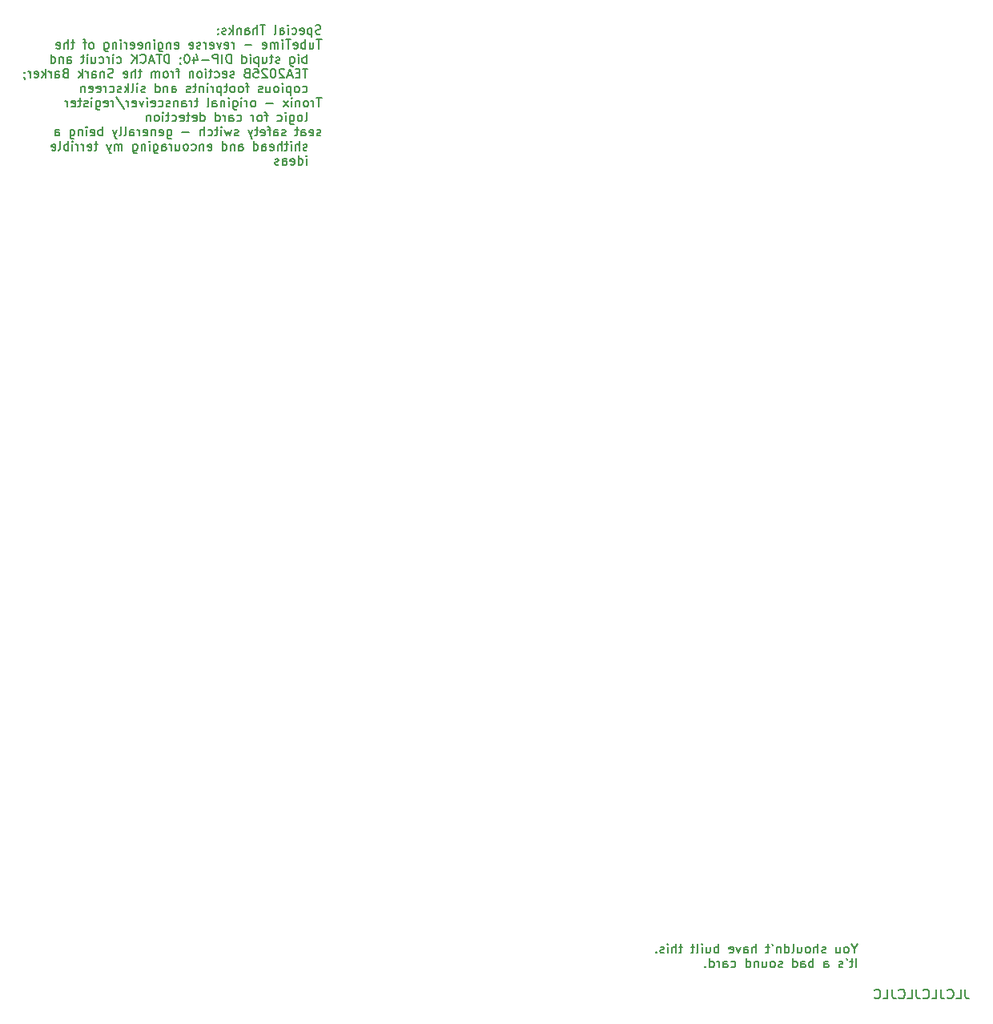
<source format=gbr>
%TF.GenerationSoftware,KiCad,Pcbnew,(6.0.11)*%
%TF.CreationDate,2023-02-08T11:52:55-07:00*%
%TF.ProjectId,gameblaster,67616d65-626c-4617-9374-65722e6b6963,1*%
%TF.SameCoordinates,Original*%
%TF.FileFunction,Legend,Bot*%
%TF.FilePolarity,Positive*%
%FSLAX46Y46*%
G04 Gerber Fmt 4.6, Leading zero omitted, Abs format (unit mm)*
G04 Created by KiCad (PCBNEW (6.0.11)) date 2023-02-08 11:52:55*
%MOMM*%
%LPD*%
G01*
G04 APERTURE LIST*
%ADD10C,0.200000*%
%ADD11C,0.127000*%
G04 APERTURE END LIST*
D10*
X196135047Y-132548380D02*
X196135047Y-133262666D01*
X196182666Y-133405523D01*
X196277904Y-133500761D01*
X196420761Y-133548380D01*
X196516000Y-133548380D01*
X195182666Y-133548380D02*
X195658857Y-133548380D01*
X195658857Y-132548380D01*
X194277904Y-133453142D02*
X194325523Y-133500761D01*
X194468380Y-133548380D01*
X194563619Y-133548380D01*
X194706476Y-133500761D01*
X194801714Y-133405523D01*
X194849333Y-133310285D01*
X194896952Y-133119809D01*
X194896952Y-132976952D01*
X194849333Y-132786476D01*
X194801714Y-132691238D01*
X194706476Y-132596000D01*
X194563619Y-132548380D01*
X194468380Y-132548380D01*
X194325523Y-132596000D01*
X194277904Y-132643619D01*
X193563619Y-132548380D02*
X193563619Y-133262666D01*
X193611238Y-133405523D01*
X193706476Y-133500761D01*
X193849333Y-133548380D01*
X193944571Y-133548380D01*
X192611238Y-133548380D02*
X193087428Y-133548380D01*
X193087428Y-132548380D01*
X191706476Y-133453142D02*
X191754095Y-133500761D01*
X191896952Y-133548380D01*
X191992190Y-133548380D01*
X192135047Y-133500761D01*
X192230285Y-133405523D01*
X192277904Y-133310285D01*
X192325523Y-133119809D01*
X192325523Y-132976952D01*
X192277904Y-132786476D01*
X192230285Y-132691238D01*
X192135047Y-132596000D01*
X191992190Y-132548380D01*
X191896952Y-132548380D01*
X191754095Y-132596000D01*
X191706476Y-132643619D01*
X190992190Y-132548380D02*
X190992190Y-133262666D01*
X191039809Y-133405523D01*
X191135047Y-133500761D01*
X191277904Y-133548380D01*
X191373142Y-133548380D01*
X190039809Y-133548380D02*
X190516000Y-133548380D01*
X190516000Y-132548380D01*
X189135047Y-133453142D02*
X189182666Y-133500761D01*
X189325523Y-133548380D01*
X189420761Y-133548380D01*
X189563619Y-133500761D01*
X189658857Y-133405523D01*
X189706476Y-133310285D01*
X189754095Y-133119809D01*
X189754095Y-132976952D01*
X189706476Y-132786476D01*
X189658857Y-132691238D01*
X189563619Y-132596000D01*
X189420761Y-132548380D01*
X189325523Y-132548380D01*
X189182666Y-132596000D01*
X189135047Y-132643619D01*
X188420761Y-132548380D02*
X188420761Y-133262666D01*
X188468380Y-133405523D01*
X188563619Y-133500761D01*
X188706476Y-133548380D01*
X188801714Y-133548380D01*
X187468380Y-133548380D02*
X187944571Y-133548380D01*
X187944571Y-132548380D01*
X186563619Y-133453142D02*
X186611238Y-133500761D01*
X186754095Y-133548380D01*
X186849333Y-133548380D01*
X186992190Y-133500761D01*
X187087428Y-133405523D01*
X187135047Y-133310285D01*
X187182666Y-133119809D01*
X187182666Y-132976952D01*
X187135047Y-132786476D01*
X187087428Y-132691238D01*
X186992190Y-132596000D01*
X186849333Y-132548380D01*
X186754095Y-132548380D01*
X186611238Y-132596000D01*
X186563619Y-132643619D01*
D11*
X128006021Y-31584673D02*
X127869950Y-31630030D01*
X127643164Y-31630030D01*
X127552450Y-31584673D01*
X127507092Y-31539316D01*
X127461735Y-31448602D01*
X127461735Y-31357888D01*
X127507092Y-31267173D01*
X127552450Y-31221816D01*
X127643164Y-31176459D01*
X127824592Y-31131102D01*
X127915307Y-31085745D01*
X127960664Y-31040388D01*
X128006021Y-30949673D01*
X128006021Y-30858959D01*
X127960664Y-30768245D01*
X127915307Y-30722888D01*
X127824592Y-30677530D01*
X127597807Y-30677530D01*
X127461735Y-30722888D01*
X127053521Y-30995030D02*
X127053521Y-31947530D01*
X127053521Y-31040388D02*
X126962807Y-30995030D01*
X126781378Y-30995030D01*
X126690664Y-31040388D01*
X126645307Y-31085745D01*
X126599950Y-31176459D01*
X126599950Y-31448602D01*
X126645307Y-31539316D01*
X126690664Y-31584673D01*
X126781378Y-31630030D01*
X126962807Y-31630030D01*
X127053521Y-31584673D01*
X125828878Y-31584673D02*
X125919592Y-31630030D01*
X126101021Y-31630030D01*
X126191735Y-31584673D01*
X126237092Y-31493959D01*
X126237092Y-31131102D01*
X126191735Y-31040388D01*
X126101021Y-30995030D01*
X125919592Y-30995030D01*
X125828878Y-31040388D01*
X125783521Y-31131102D01*
X125783521Y-31221816D01*
X126237092Y-31312530D01*
X124967092Y-31584673D02*
X125057807Y-31630030D01*
X125239235Y-31630030D01*
X125329950Y-31584673D01*
X125375307Y-31539316D01*
X125420664Y-31448602D01*
X125420664Y-31176459D01*
X125375307Y-31085745D01*
X125329950Y-31040388D01*
X125239235Y-30995030D01*
X125057807Y-30995030D01*
X124967092Y-31040388D01*
X124558878Y-31630030D02*
X124558878Y-30995030D01*
X124558878Y-30677530D02*
X124604235Y-30722888D01*
X124558878Y-30768245D01*
X124513521Y-30722888D01*
X124558878Y-30677530D01*
X124558878Y-30768245D01*
X123697092Y-31630030D02*
X123697092Y-31131102D01*
X123742450Y-31040388D01*
X123833164Y-30995030D01*
X124014592Y-30995030D01*
X124105307Y-31040388D01*
X123697092Y-31584673D02*
X123787807Y-31630030D01*
X124014592Y-31630030D01*
X124105307Y-31584673D01*
X124150664Y-31493959D01*
X124150664Y-31403245D01*
X124105307Y-31312530D01*
X124014592Y-31267173D01*
X123787807Y-31267173D01*
X123697092Y-31221816D01*
X123107450Y-31630030D02*
X123198164Y-31584673D01*
X123243521Y-31493959D01*
X123243521Y-30677530D01*
X122154950Y-30677530D02*
X121610664Y-30677530D01*
X121882807Y-31630030D02*
X121882807Y-30677530D01*
X121293164Y-31630030D02*
X121293164Y-30677530D01*
X120884950Y-31630030D02*
X120884950Y-31131102D01*
X120930307Y-31040388D01*
X121021021Y-30995030D01*
X121157092Y-30995030D01*
X121247807Y-31040388D01*
X121293164Y-31085745D01*
X120023164Y-31630030D02*
X120023164Y-31131102D01*
X120068521Y-31040388D01*
X120159235Y-30995030D01*
X120340664Y-30995030D01*
X120431378Y-31040388D01*
X120023164Y-31584673D02*
X120113878Y-31630030D01*
X120340664Y-31630030D01*
X120431378Y-31584673D01*
X120476735Y-31493959D01*
X120476735Y-31403245D01*
X120431378Y-31312530D01*
X120340664Y-31267173D01*
X120113878Y-31267173D01*
X120023164Y-31221816D01*
X119569592Y-30995030D02*
X119569592Y-31630030D01*
X119569592Y-31085745D02*
X119524235Y-31040388D01*
X119433521Y-30995030D01*
X119297450Y-30995030D01*
X119206735Y-31040388D01*
X119161378Y-31131102D01*
X119161378Y-31630030D01*
X118707807Y-31630030D02*
X118707807Y-30677530D01*
X118617092Y-31267173D02*
X118344950Y-31630030D01*
X118344950Y-30995030D02*
X118707807Y-31357888D01*
X117982092Y-31584673D02*
X117891378Y-31630030D01*
X117709950Y-31630030D01*
X117619235Y-31584673D01*
X117573878Y-31493959D01*
X117573878Y-31448602D01*
X117619235Y-31357888D01*
X117709950Y-31312530D01*
X117846021Y-31312530D01*
X117936735Y-31267173D01*
X117982092Y-31176459D01*
X117982092Y-31131102D01*
X117936735Y-31040388D01*
X117846021Y-30995030D01*
X117709950Y-30995030D01*
X117619235Y-31040388D01*
X117165664Y-31539316D02*
X117120307Y-31584673D01*
X117165664Y-31630030D01*
X117211021Y-31584673D01*
X117165664Y-31539316D01*
X117165664Y-31630030D01*
X117165664Y-31040388D02*
X117120307Y-31085745D01*
X117165664Y-31131102D01*
X117211021Y-31085745D01*
X117165664Y-31040388D01*
X117165664Y-31131102D01*
X128096735Y-32211055D02*
X127552450Y-32211055D01*
X127824592Y-33163555D02*
X127824592Y-32211055D01*
X126826735Y-32528555D02*
X126826735Y-33163555D01*
X127234950Y-32528555D02*
X127234950Y-33027484D01*
X127189592Y-33118198D01*
X127098878Y-33163555D01*
X126962807Y-33163555D01*
X126872092Y-33118198D01*
X126826735Y-33072841D01*
X126373164Y-33163555D02*
X126373164Y-32211055D01*
X126373164Y-32573913D02*
X126282450Y-32528555D01*
X126101021Y-32528555D01*
X126010307Y-32573913D01*
X125964950Y-32619270D01*
X125919592Y-32709984D01*
X125919592Y-32982127D01*
X125964950Y-33072841D01*
X126010307Y-33118198D01*
X126101021Y-33163555D01*
X126282450Y-33163555D01*
X126373164Y-33118198D01*
X125148521Y-33118198D02*
X125239235Y-33163555D01*
X125420664Y-33163555D01*
X125511378Y-33118198D01*
X125556735Y-33027484D01*
X125556735Y-32664627D01*
X125511378Y-32573913D01*
X125420664Y-32528555D01*
X125239235Y-32528555D01*
X125148521Y-32573913D01*
X125103164Y-32664627D01*
X125103164Y-32755341D01*
X125556735Y-32846055D01*
X124831021Y-32211055D02*
X124286735Y-32211055D01*
X124558878Y-33163555D02*
X124558878Y-32211055D01*
X123969235Y-33163555D02*
X123969235Y-32528555D01*
X123969235Y-32211055D02*
X124014592Y-32256413D01*
X123969235Y-32301770D01*
X123923878Y-32256413D01*
X123969235Y-32211055D01*
X123969235Y-32301770D01*
X123515664Y-33163555D02*
X123515664Y-32528555D01*
X123515664Y-32619270D02*
X123470307Y-32573913D01*
X123379592Y-32528555D01*
X123243521Y-32528555D01*
X123152807Y-32573913D01*
X123107450Y-32664627D01*
X123107450Y-33163555D01*
X123107450Y-32664627D02*
X123062092Y-32573913D01*
X122971378Y-32528555D01*
X122835307Y-32528555D01*
X122744592Y-32573913D01*
X122699235Y-32664627D01*
X122699235Y-33163555D01*
X121882807Y-33118198D02*
X121973521Y-33163555D01*
X122154950Y-33163555D01*
X122245664Y-33118198D01*
X122291021Y-33027484D01*
X122291021Y-32664627D01*
X122245664Y-32573913D01*
X122154950Y-32528555D01*
X121973521Y-32528555D01*
X121882807Y-32573913D01*
X121837450Y-32664627D01*
X121837450Y-32755341D01*
X122291021Y-32846055D01*
X120703521Y-32800698D02*
X119977807Y-32800698D01*
X118798521Y-33163555D02*
X118798521Y-32528555D01*
X118798521Y-32709984D02*
X118753164Y-32619270D01*
X118707807Y-32573913D01*
X118617092Y-32528555D01*
X118526378Y-32528555D01*
X117846021Y-33118198D02*
X117936735Y-33163555D01*
X118118164Y-33163555D01*
X118208878Y-33118198D01*
X118254235Y-33027484D01*
X118254235Y-32664627D01*
X118208878Y-32573913D01*
X118118164Y-32528555D01*
X117936735Y-32528555D01*
X117846021Y-32573913D01*
X117800664Y-32664627D01*
X117800664Y-32755341D01*
X118254235Y-32846055D01*
X117483164Y-32528555D02*
X117256378Y-33163555D01*
X117029592Y-32528555D01*
X116303878Y-33118198D02*
X116394592Y-33163555D01*
X116576021Y-33163555D01*
X116666735Y-33118198D01*
X116712092Y-33027484D01*
X116712092Y-32664627D01*
X116666735Y-32573913D01*
X116576021Y-32528555D01*
X116394592Y-32528555D01*
X116303878Y-32573913D01*
X116258521Y-32664627D01*
X116258521Y-32755341D01*
X116712092Y-32846055D01*
X115850307Y-33163555D02*
X115850307Y-32528555D01*
X115850307Y-32709984D02*
X115804949Y-32619270D01*
X115759592Y-32573913D01*
X115668878Y-32528555D01*
X115578164Y-32528555D01*
X115306021Y-33118198D02*
X115215307Y-33163555D01*
X115033878Y-33163555D01*
X114943164Y-33118198D01*
X114897807Y-33027484D01*
X114897807Y-32982127D01*
X114943164Y-32891413D01*
X115033878Y-32846055D01*
X115169949Y-32846055D01*
X115260664Y-32800698D01*
X115306021Y-32709984D01*
X115306021Y-32664627D01*
X115260664Y-32573913D01*
X115169949Y-32528555D01*
X115033878Y-32528555D01*
X114943164Y-32573913D01*
X114126735Y-33118198D02*
X114217449Y-33163555D01*
X114398878Y-33163555D01*
X114489592Y-33118198D01*
X114534949Y-33027484D01*
X114534949Y-32664627D01*
X114489592Y-32573913D01*
X114398878Y-32528555D01*
X114217449Y-32528555D01*
X114126735Y-32573913D01*
X114081378Y-32664627D01*
X114081378Y-32755341D01*
X114534949Y-32846055D01*
X112584592Y-33118198D02*
X112675307Y-33163555D01*
X112856735Y-33163555D01*
X112947449Y-33118198D01*
X112992807Y-33027484D01*
X112992807Y-32664627D01*
X112947449Y-32573913D01*
X112856735Y-32528555D01*
X112675307Y-32528555D01*
X112584592Y-32573913D01*
X112539235Y-32664627D01*
X112539235Y-32755341D01*
X112992807Y-32846055D01*
X112131021Y-32528555D02*
X112131021Y-33163555D01*
X112131021Y-32619270D02*
X112085664Y-32573913D01*
X111994949Y-32528555D01*
X111858878Y-32528555D01*
X111768164Y-32573913D01*
X111722807Y-32664627D01*
X111722807Y-33163555D01*
X110861021Y-32528555D02*
X110861021Y-33299627D01*
X110906378Y-33390341D01*
X110951735Y-33435698D01*
X111042449Y-33481055D01*
X111178521Y-33481055D01*
X111269235Y-33435698D01*
X110861021Y-33118198D02*
X110951735Y-33163555D01*
X111133164Y-33163555D01*
X111223878Y-33118198D01*
X111269235Y-33072841D01*
X111314592Y-32982127D01*
X111314592Y-32709984D01*
X111269235Y-32619270D01*
X111223878Y-32573913D01*
X111133164Y-32528555D01*
X110951735Y-32528555D01*
X110861021Y-32573913D01*
X110407449Y-33163555D02*
X110407449Y-32528555D01*
X110407449Y-32211055D02*
X110452807Y-32256413D01*
X110407449Y-32301770D01*
X110362092Y-32256413D01*
X110407449Y-32211055D01*
X110407449Y-32301770D01*
X109953878Y-32528555D02*
X109953878Y-33163555D01*
X109953878Y-32619270D02*
X109908521Y-32573913D01*
X109817807Y-32528555D01*
X109681735Y-32528555D01*
X109591021Y-32573913D01*
X109545664Y-32664627D01*
X109545664Y-33163555D01*
X108729235Y-33118198D02*
X108819949Y-33163555D01*
X109001378Y-33163555D01*
X109092092Y-33118198D01*
X109137449Y-33027484D01*
X109137449Y-32664627D01*
X109092092Y-32573913D01*
X109001378Y-32528555D01*
X108819949Y-32528555D01*
X108729235Y-32573913D01*
X108683878Y-32664627D01*
X108683878Y-32755341D01*
X109137449Y-32846055D01*
X107912807Y-33118198D02*
X108003521Y-33163555D01*
X108184949Y-33163555D01*
X108275664Y-33118198D01*
X108321021Y-33027484D01*
X108321021Y-32664627D01*
X108275664Y-32573913D01*
X108184949Y-32528555D01*
X108003521Y-32528555D01*
X107912807Y-32573913D01*
X107867449Y-32664627D01*
X107867449Y-32755341D01*
X108321021Y-32846055D01*
X107459235Y-33163555D02*
X107459235Y-32528555D01*
X107459235Y-32709984D02*
X107413878Y-32619270D01*
X107368521Y-32573913D01*
X107277807Y-32528555D01*
X107187092Y-32528555D01*
X106869592Y-33163555D02*
X106869592Y-32528555D01*
X106869592Y-32211055D02*
X106914949Y-32256413D01*
X106869592Y-32301770D01*
X106824235Y-32256413D01*
X106869592Y-32211055D01*
X106869592Y-32301770D01*
X106416021Y-32528555D02*
X106416021Y-33163555D01*
X106416021Y-32619270D02*
X106370664Y-32573913D01*
X106279949Y-32528555D01*
X106143878Y-32528555D01*
X106053164Y-32573913D01*
X106007807Y-32664627D01*
X106007807Y-33163555D01*
X105146021Y-32528555D02*
X105146021Y-33299627D01*
X105191378Y-33390341D01*
X105236735Y-33435698D01*
X105327449Y-33481055D01*
X105463521Y-33481055D01*
X105554235Y-33435698D01*
X105146021Y-33118198D02*
X105236735Y-33163555D01*
X105418164Y-33163555D01*
X105508878Y-33118198D01*
X105554235Y-33072841D01*
X105599592Y-32982127D01*
X105599592Y-32709984D01*
X105554235Y-32619270D01*
X105508878Y-32573913D01*
X105418164Y-32528555D01*
X105236735Y-32528555D01*
X105146021Y-32573913D01*
X103830664Y-33163555D02*
X103921378Y-33118198D01*
X103966735Y-33072841D01*
X104012092Y-32982127D01*
X104012092Y-32709984D01*
X103966735Y-32619270D01*
X103921378Y-32573913D01*
X103830664Y-32528555D01*
X103694592Y-32528555D01*
X103603878Y-32573913D01*
X103558521Y-32619270D01*
X103513164Y-32709984D01*
X103513164Y-32982127D01*
X103558521Y-33072841D01*
X103603878Y-33118198D01*
X103694592Y-33163555D01*
X103830664Y-33163555D01*
X103241021Y-32528555D02*
X102878164Y-32528555D01*
X103104949Y-33163555D02*
X103104949Y-32347127D01*
X103059592Y-32256413D01*
X102968878Y-32211055D01*
X102878164Y-32211055D01*
X101971021Y-32528555D02*
X101608164Y-32528555D01*
X101834949Y-32211055D02*
X101834949Y-33027484D01*
X101789592Y-33118198D01*
X101698878Y-33163555D01*
X101608164Y-33163555D01*
X101290664Y-33163555D02*
X101290664Y-32211055D01*
X100882449Y-33163555D02*
X100882449Y-32664627D01*
X100927807Y-32573913D01*
X101018521Y-32528555D01*
X101154592Y-32528555D01*
X101245307Y-32573913D01*
X101290664Y-32619270D01*
X100066021Y-33118198D02*
X100156735Y-33163555D01*
X100338164Y-33163555D01*
X100428878Y-33118198D01*
X100474235Y-33027484D01*
X100474235Y-32664627D01*
X100428878Y-32573913D01*
X100338164Y-32528555D01*
X100156735Y-32528555D01*
X100066021Y-32573913D01*
X100020664Y-32664627D01*
X100020664Y-32755341D01*
X100474235Y-32846055D01*
X126509235Y-34697080D02*
X126509235Y-33744580D01*
X126509235Y-34107438D02*
X126418521Y-34062080D01*
X126237092Y-34062080D01*
X126146378Y-34107438D01*
X126101021Y-34152795D01*
X126055664Y-34243509D01*
X126055664Y-34515652D01*
X126101021Y-34606366D01*
X126146378Y-34651723D01*
X126237092Y-34697080D01*
X126418521Y-34697080D01*
X126509235Y-34651723D01*
X125647450Y-34697080D02*
X125647450Y-34062080D01*
X125647450Y-33744580D02*
X125692807Y-33789938D01*
X125647450Y-33835295D01*
X125602092Y-33789938D01*
X125647450Y-33744580D01*
X125647450Y-33835295D01*
X124785664Y-34062080D02*
X124785664Y-34833152D01*
X124831021Y-34923866D01*
X124876378Y-34969223D01*
X124967092Y-35014580D01*
X125103164Y-35014580D01*
X125193878Y-34969223D01*
X124785664Y-34651723D02*
X124876378Y-34697080D01*
X125057807Y-34697080D01*
X125148521Y-34651723D01*
X125193878Y-34606366D01*
X125239235Y-34515652D01*
X125239235Y-34243509D01*
X125193878Y-34152795D01*
X125148521Y-34107438D01*
X125057807Y-34062080D01*
X124876378Y-34062080D01*
X124785664Y-34107438D01*
X123651735Y-34651723D02*
X123561021Y-34697080D01*
X123379592Y-34697080D01*
X123288878Y-34651723D01*
X123243521Y-34561009D01*
X123243521Y-34515652D01*
X123288878Y-34424938D01*
X123379592Y-34379580D01*
X123515664Y-34379580D01*
X123606378Y-34334223D01*
X123651735Y-34243509D01*
X123651735Y-34198152D01*
X123606378Y-34107438D01*
X123515664Y-34062080D01*
X123379592Y-34062080D01*
X123288878Y-34107438D01*
X122971378Y-34062080D02*
X122608521Y-34062080D01*
X122835307Y-33744580D02*
X122835307Y-34561009D01*
X122789950Y-34651723D01*
X122699235Y-34697080D01*
X122608521Y-34697080D01*
X121882807Y-34062080D02*
X121882807Y-34697080D01*
X122291021Y-34062080D02*
X122291021Y-34561009D01*
X122245664Y-34651723D01*
X122154950Y-34697080D01*
X122018878Y-34697080D01*
X121928164Y-34651723D01*
X121882807Y-34606366D01*
X121429235Y-34062080D02*
X121429235Y-35014580D01*
X121429235Y-34107438D02*
X121338521Y-34062080D01*
X121157092Y-34062080D01*
X121066378Y-34107438D01*
X121021021Y-34152795D01*
X120975664Y-34243509D01*
X120975664Y-34515652D01*
X121021021Y-34606366D01*
X121066378Y-34651723D01*
X121157092Y-34697080D01*
X121338521Y-34697080D01*
X121429235Y-34651723D01*
X120567450Y-34697080D02*
X120567450Y-34062080D01*
X120567450Y-33744580D02*
X120612807Y-33789938D01*
X120567450Y-33835295D01*
X120522092Y-33789938D01*
X120567450Y-33744580D01*
X120567450Y-33835295D01*
X119705664Y-34697080D02*
X119705664Y-33744580D01*
X119705664Y-34651723D02*
X119796378Y-34697080D01*
X119977807Y-34697080D01*
X120068521Y-34651723D01*
X120113878Y-34606366D01*
X120159235Y-34515652D01*
X120159235Y-34243509D01*
X120113878Y-34152795D01*
X120068521Y-34107438D01*
X119977807Y-34062080D01*
X119796378Y-34062080D01*
X119705664Y-34107438D01*
X118526378Y-34697080D02*
X118526378Y-33744580D01*
X118299592Y-33744580D01*
X118163521Y-33789938D01*
X118072807Y-33880652D01*
X118027450Y-33971366D01*
X117982092Y-34152795D01*
X117982092Y-34288866D01*
X118027450Y-34470295D01*
X118072807Y-34561009D01*
X118163521Y-34651723D01*
X118299592Y-34697080D01*
X118526378Y-34697080D01*
X117573878Y-34697080D02*
X117573878Y-33744580D01*
X117120307Y-34697080D02*
X117120307Y-33744580D01*
X116757450Y-33744580D01*
X116666735Y-33789938D01*
X116621378Y-33835295D01*
X116576021Y-33926009D01*
X116576021Y-34062080D01*
X116621378Y-34152795D01*
X116666735Y-34198152D01*
X116757450Y-34243509D01*
X117120307Y-34243509D01*
X116167807Y-34334223D02*
X115442092Y-34334223D01*
X114580307Y-34062080D02*
X114580307Y-34697080D01*
X114807092Y-33699223D02*
X115033878Y-34379580D01*
X114444235Y-34379580D01*
X113899950Y-33744580D02*
X113809235Y-33744580D01*
X113718521Y-33789938D01*
X113673164Y-33835295D01*
X113627807Y-33926009D01*
X113582450Y-34107438D01*
X113582450Y-34334223D01*
X113627807Y-34515652D01*
X113673164Y-34606366D01*
X113718521Y-34651723D01*
X113809235Y-34697080D01*
X113899950Y-34697080D01*
X113990664Y-34651723D01*
X114036021Y-34606366D01*
X114081378Y-34515652D01*
X114126735Y-34334223D01*
X114126735Y-34107438D01*
X114081378Y-33926009D01*
X114036021Y-33835295D01*
X113990664Y-33789938D01*
X113899950Y-33744580D01*
X113128878Y-34651723D02*
X113128878Y-34697080D01*
X113174235Y-34787795D01*
X113219592Y-34833152D01*
X113174235Y-34107438D02*
X113128878Y-34152795D01*
X113174235Y-34198152D01*
X113219592Y-34152795D01*
X113174235Y-34107438D01*
X113174235Y-34198152D01*
X111994950Y-34697080D02*
X111994950Y-33744580D01*
X111768164Y-33744580D01*
X111632092Y-33789938D01*
X111541378Y-33880652D01*
X111496021Y-33971366D01*
X111450664Y-34152795D01*
X111450664Y-34288866D01*
X111496021Y-34470295D01*
X111541378Y-34561009D01*
X111632092Y-34651723D01*
X111768164Y-34697080D01*
X111994950Y-34697080D01*
X111178521Y-33744580D02*
X110634235Y-33744580D01*
X110906378Y-34697080D02*
X110906378Y-33744580D01*
X110362092Y-34424938D02*
X109908521Y-34424938D01*
X110452807Y-34697080D02*
X110135307Y-33744580D01*
X109817807Y-34697080D01*
X108956021Y-34606366D02*
X109001378Y-34651723D01*
X109137450Y-34697080D01*
X109228164Y-34697080D01*
X109364235Y-34651723D01*
X109454950Y-34561009D01*
X109500307Y-34470295D01*
X109545664Y-34288866D01*
X109545664Y-34152795D01*
X109500307Y-33971366D01*
X109454950Y-33880652D01*
X109364235Y-33789938D01*
X109228164Y-33744580D01*
X109137450Y-33744580D01*
X109001378Y-33789938D01*
X108956021Y-33835295D01*
X108547807Y-34697080D02*
X108547807Y-33744580D01*
X108003521Y-34697080D02*
X108411735Y-34152795D01*
X108003521Y-33744580D02*
X108547807Y-34288866D01*
X106461378Y-34651723D02*
X106552092Y-34697080D01*
X106733521Y-34697080D01*
X106824235Y-34651723D01*
X106869592Y-34606366D01*
X106914950Y-34515652D01*
X106914950Y-34243509D01*
X106869592Y-34152795D01*
X106824235Y-34107438D01*
X106733521Y-34062080D01*
X106552092Y-34062080D01*
X106461378Y-34107438D01*
X106053164Y-34697080D02*
X106053164Y-34062080D01*
X106053164Y-33744580D02*
X106098521Y-33789938D01*
X106053164Y-33835295D01*
X106007807Y-33789938D01*
X106053164Y-33744580D01*
X106053164Y-33835295D01*
X105599592Y-34697080D02*
X105599592Y-34062080D01*
X105599592Y-34243509D02*
X105554235Y-34152795D01*
X105508878Y-34107438D01*
X105418164Y-34062080D01*
X105327450Y-34062080D01*
X104601735Y-34651723D02*
X104692450Y-34697080D01*
X104873878Y-34697080D01*
X104964592Y-34651723D01*
X105009950Y-34606366D01*
X105055307Y-34515652D01*
X105055307Y-34243509D01*
X105009950Y-34152795D01*
X104964592Y-34107438D01*
X104873878Y-34062080D01*
X104692450Y-34062080D01*
X104601735Y-34107438D01*
X103785307Y-34062080D02*
X103785307Y-34697080D01*
X104193521Y-34062080D02*
X104193521Y-34561009D01*
X104148164Y-34651723D01*
X104057450Y-34697080D01*
X103921378Y-34697080D01*
X103830664Y-34651723D01*
X103785307Y-34606366D01*
X103331735Y-34697080D02*
X103331735Y-34062080D01*
X103331735Y-33744580D02*
X103377092Y-33789938D01*
X103331735Y-33835295D01*
X103286378Y-33789938D01*
X103331735Y-33744580D01*
X103331735Y-33835295D01*
X103014235Y-34062080D02*
X102651378Y-34062080D01*
X102878164Y-33744580D02*
X102878164Y-34561009D01*
X102832807Y-34651723D01*
X102742092Y-34697080D01*
X102651378Y-34697080D01*
X101199950Y-34697080D02*
X101199950Y-34198152D01*
X101245307Y-34107438D01*
X101336021Y-34062080D01*
X101517450Y-34062080D01*
X101608164Y-34107438D01*
X101199950Y-34651723D02*
X101290664Y-34697080D01*
X101517450Y-34697080D01*
X101608164Y-34651723D01*
X101653521Y-34561009D01*
X101653521Y-34470295D01*
X101608164Y-34379580D01*
X101517450Y-34334223D01*
X101290664Y-34334223D01*
X101199950Y-34288866D01*
X100746378Y-34062080D02*
X100746378Y-34697080D01*
X100746378Y-34152795D02*
X100701021Y-34107438D01*
X100610307Y-34062080D01*
X100474235Y-34062080D01*
X100383521Y-34107438D01*
X100338164Y-34198152D01*
X100338164Y-34697080D01*
X99476378Y-34697080D02*
X99476378Y-33744580D01*
X99476378Y-34651723D02*
X99567092Y-34697080D01*
X99748521Y-34697080D01*
X99839235Y-34651723D01*
X99884592Y-34606366D01*
X99929950Y-34515652D01*
X99929950Y-34243509D01*
X99884592Y-34152795D01*
X99839235Y-34107438D01*
X99748521Y-34062080D01*
X99567092Y-34062080D01*
X99476378Y-34107438D01*
X126645307Y-35278105D02*
X126101021Y-35278105D01*
X126373164Y-36230605D02*
X126373164Y-35278105D01*
X125783521Y-35731677D02*
X125466021Y-35731677D01*
X125329950Y-36230605D02*
X125783521Y-36230605D01*
X125783521Y-35278105D01*
X125329950Y-35278105D01*
X124967092Y-35958463D02*
X124513521Y-35958463D01*
X125057807Y-36230605D02*
X124740307Y-35278105D01*
X124422807Y-36230605D01*
X124150664Y-35368820D02*
X124105307Y-35323463D01*
X124014592Y-35278105D01*
X123787807Y-35278105D01*
X123697092Y-35323463D01*
X123651735Y-35368820D01*
X123606378Y-35459534D01*
X123606378Y-35550248D01*
X123651735Y-35686320D01*
X124196021Y-36230605D01*
X123606378Y-36230605D01*
X123016735Y-35278105D02*
X122926021Y-35278105D01*
X122835307Y-35323463D01*
X122789950Y-35368820D01*
X122744592Y-35459534D01*
X122699235Y-35640963D01*
X122699235Y-35867748D01*
X122744592Y-36049177D01*
X122789950Y-36139891D01*
X122835307Y-36185248D01*
X122926021Y-36230605D01*
X123016735Y-36230605D01*
X123107450Y-36185248D01*
X123152807Y-36139891D01*
X123198164Y-36049177D01*
X123243521Y-35867748D01*
X123243521Y-35640963D01*
X123198164Y-35459534D01*
X123152807Y-35368820D01*
X123107450Y-35323463D01*
X123016735Y-35278105D01*
X122336378Y-35368820D02*
X122291021Y-35323463D01*
X122200307Y-35278105D01*
X121973521Y-35278105D01*
X121882807Y-35323463D01*
X121837450Y-35368820D01*
X121792092Y-35459534D01*
X121792092Y-35550248D01*
X121837450Y-35686320D01*
X122381735Y-36230605D01*
X121792092Y-36230605D01*
X120930307Y-35278105D02*
X121383878Y-35278105D01*
X121429235Y-35731677D01*
X121383878Y-35686320D01*
X121293164Y-35640963D01*
X121066378Y-35640963D01*
X120975664Y-35686320D01*
X120930307Y-35731677D01*
X120884950Y-35822391D01*
X120884950Y-36049177D01*
X120930307Y-36139891D01*
X120975664Y-36185248D01*
X121066378Y-36230605D01*
X121293164Y-36230605D01*
X121383878Y-36185248D01*
X121429235Y-36139891D01*
X120159235Y-35731677D02*
X120023164Y-35777034D01*
X119977807Y-35822391D01*
X119932450Y-35913105D01*
X119932450Y-36049177D01*
X119977807Y-36139891D01*
X120023164Y-36185248D01*
X120113878Y-36230605D01*
X120476735Y-36230605D01*
X120476735Y-35278105D01*
X120159235Y-35278105D01*
X120068521Y-35323463D01*
X120023164Y-35368820D01*
X119977807Y-35459534D01*
X119977807Y-35550248D01*
X120023164Y-35640963D01*
X120068521Y-35686320D01*
X120159235Y-35731677D01*
X120476735Y-35731677D01*
X118843878Y-36185248D02*
X118753164Y-36230605D01*
X118571735Y-36230605D01*
X118481021Y-36185248D01*
X118435664Y-36094534D01*
X118435664Y-36049177D01*
X118481021Y-35958463D01*
X118571735Y-35913105D01*
X118707807Y-35913105D01*
X118798521Y-35867748D01*
X118843878Y-35777034D01*
X118843878Y-35731677D01*
X118798521Y-35640963D01*
X118707807Y-35595605D01*
X118571735Y-35595605D01*
X118481021Y-35640963D01*
X117664592Y-36185248D02*
X117755307Y-36230605D01*
X117936735Y-36230605D01*
X118027450Y-36185248D01*
X118072807Y-36094534D01*
X118072807Y-35731677D01*
X118027450Y-35640963D01*
X117936735Y-35595605D01*
X117755307Y-35595605D01*
X117664592Y-35640963D01*
X117619235Y-35731677D01*
X117619235Y-35822391D01*
X118072807Y-35913105D01*
X116802807Y-36185248D02*
X116893521Y-36230605D01*
X117074950Y-36230605D01*
X117165664Y-36185248D01*
X117211021Y-36139891D01*
X117256378Y-36049177D01*
X117256378Y-35777034D01*
X117211021Y-35686320D01*
X117165664Y-35640963D01*
X117074950Y-35595605D01*
X116893521Y-35595605D01*
X116802807Y-35640963D01*
X116530664Y-35595605D02*
X116167807Y-35595605D01*
X116394592Y-35278105D02*
X116394592Y-36094534D01*
X116349235Y-36185248D01*
X116258521Y-36230605D01*
X116167807Y-36230605D01*
X115850307Y-36230605D02*
X115850307Y-35595605D01*
X115850307Y-35278105D02*
X115895664Y-35323463D01*
X115850307Y-35368820D01*
X115804950Y-35323463D01*
X115850307Y-35278105D01*
X115850307Y-35368820D01*
X115260664Y-36230605D02*
X115351378Y-36185248D01*
X115396735Y-36139891D01*
X115442092Y-36049177D01*
X115442092Y-35777034D01*
X115396735Y-35686320D01*
X115351378Y-35640963D01*
X115260664Y-35595605D01*
X115124592Y-35595605D01*
X115033878Y-35640963D01*
X114988521Y-35686320D01*
X114943164Y-35777034D01*
X114943164Y-36049177D01*
X114988521Y-36139891D01*
X115033878Y-36185248D01*
X115124592Y-36230605D01*
X115260664Y-36230605D01*
X114534950Y-35595605D02*
X114534950Y-36230605D01*
X114534950Y-35686320D02*
X114489592Y-35640963D01*
X114398878Y-35595605D01*
X114262807Y-35595605D01*
X114172092Y-35640963D01*
X114126735Y-35731677D01*
X114126735Y-36230605D01*
X113083521Y-35595605D02*
X112720664Y-35595605D01*
X112947450Y-36230605D02*
X112947450Y-35414177D01*
X112902092Y-35323463D01*
X112811378Y-35278105D01*
X112720664Y-35278105D01*
X112403164Y-36230605D02*
X112403164Y-35595605D01*
X112403164Y-35777034D02*
X112357807Y-35686320D01*
X112312450Y-35640963D01*
X112221735Y-35595605D01*
X112131021Y-35595605D01*
X111677450Y-36230605D02*
X111768164Y-36185248D01*
X111813521Y-36139891D01*
X111858878Y-36049177D01*
X111858878Y-35777034D01*
X111813521Y-35686320D01*
X111768164Y-35640963D01*
X111677450Y-35595605D01*
X111541378Y-35595605D01*
X111450664Y-35640963D01*
X111405307Y-35686320D01*
X111359950Y-35777034D01*
X111359950Y-36049177D01*
X111405307Y-36139891D01*
X111450664Y-36185248D01*
X111541378Y-36230605D01*
X111677450Y-36230605D01*
X110951735Y-36230605D02*
X110951735Y-35595605D01*
X110951735Y-35686320D02*
X110906378Y-35640963D01*
X110815664Y-35595605D01*
X110679592Y-35595605D01*
X110588878Y-35640963D01*
X110543521Y-35731677D01*
X110543521Y-36230605D01*
X110543521Y-35731677D02*
X110498164Y-35640963D01*
X110407450Y-35595605D01*
X110271378Y-35595605D01*
X110180664Y-35640963D01*
X110135307Y-35731677D01*
X110135307Y-36230605D01*
X109092092Y-35595605D02*
X108729235Y-35595605D01*
X108956021Y-35278105D02*
X108956021Y-36094534D01*
X108910664Y-36185248D01*
X108819950Y-36230605D01*
X108729235Y-36230605D01*
X108411735Y-36230605D02*
X108411735Y-35278105D01*
X108003521Y-36230605D02*
X108003521Y-35731677D01*
X108048878Y-35640963D01*
X108139592Y-35595605D01*
X108275664Y-35595605D01*
X108366378Y-35640963D01*
X108411735Y-35686320D01*
X107187092Y-36185248D02*
X107277807Y-36230605D01*
X107459235Y-36230605D01*
X107549950Y-36185248D01*
X107595307Y-36094534D01*
X107595307Y-35731677D01*
X107549950Y-35640963D01*
X107459235Y-35595605D01*
X107277807Y-35595605D01*
X107187092Y-35640963D01*
X107141735Y-35731677D01*
X107141735Y-35822391D01*
X107595307Y-35913105D01*
X106053164Y-36185248D02*
X105917092Y-36230605D01*
X105690307Y-36230605D01*
X105599592Y-36185248D01*
X105554235Y-36139891D01*
X105508878Y-36049177D01*
X105508878Y-35958463D01*
X105554235Y-35867748D01*
X105599592Y-35822391D01*
X105690307Y-35777034D01*
X105871735Y-35731677D01*
X105962450Y-35686320D01*
X106007807Y-35640963D01*
X106053164Y-35550248D01*
X106053164Y-35459534D01*
X106007807Y-35368820D01*
X105962450Y-35323463D01*
X105871735Y-35278105D01*
X105644950Y-35278105D01*
X105508878Y-35323463D01*
X105100664Y-35595605D02*
X105100664Y-36230605D01*
X105100664Y-35686320D02*
X105055307Y-35640963D01*
X104964592Y-35595605D01*
X104828521Y-35595605D01*
X104737807Y-35640963D01*
X104692450Y-35731677D01*
X104692450Y-36230605D01*
X103830664Y-36230605D02*
X103830664Y-35731677D01*
X103876021Y-35640963D01*
X103966735Y-35595605D01*
X104148164Y-35595605D01*
X104238878Y-35640963D01*
X103830664Y-36185248D02*
X103921378Y-36230605D01*
X104148164Y-36230605D01*
X104238878Y-36185248D01*
X104284235Y-36094534D01*
X104284235Y-36003820D01*
X104238878Y-35913105D01*
X104148164Y-35867748D01*
X103921378Y-35867748D01*
X103830664Y-35822391D01*
X103377092Y-36230605D02*
X103377092Y-35595605D01*
X103377092Y-35777034D02*
X103331735Y-35686320D01*
X103286378Y-35640963D01*
X103195664Y-35595605D01*
X103104950Y-35595605D01*
X102787450Y-36230605D02*
X102787450Y-35278105D01*
X102696735Y-35867748D02*
X102424592Y-36230605D01*
X102424592Y-35595605D02*
X102787450Y-35958463D01*
X100973164Y-35731677D02*
X100837092Y-35777034D01*
X100791735Y-35822391D01*
X100746378Y-35913105D01*
X100746378Y-36049177D01*
X100791735Y-36139891D01*
X100837092Y-36185248D01*
X100927807Y-36230605D01*
X101290664Y-36230605D01*
X101290664Y-35278105D01*
X100973164Y-35278105D01*
X100882450Y-35323463D01*
X100837092Y-35368820D01*
X100791735Y-35459534D01*
X100791735Y-35550248D01*
X100837092Y-35640963D01*
X100882450Y-35686320D01*
X100973164Y-35731677D01*
X101290664Y-35731677D01*
X99929950Y-36230605D02*
X99929950Y-35731677D01*
X99975307Y-35640963D01*
X100066021Y-35595605D01*
X100247450Y-35595605D01*
X100338164Y-35640963D01*
X99929950Y-36185248D02*
X100020664Y-36230605D01*
X100247450Y-36230605D01*
X100338164Y-36185248D01*
X100383521Y-36094534D01*
X100383521Y-36003820D01*
X100338164Y-35913105D01*
X100247450Y-35867748D01*
X100020664Y-35867748D01*
X99929950Y-35822391D01*
X99476378Y-36230605D02*
X99476378Y-35595605D01*
X99476378Y-35777034D02*
X99431021Y-35686320D01*
X99385664Y-35640963D01*
X99294950Y-35595605D01*
X99204235Y-35595605D01*
X98886735Y-36230605D02*
X98886735Y-35278105D01*
X98796021Y-35867748D02*
X98523878Y-36230605D01*
X98523878Y-35595605D02*
X98886735Y-35958463D01*
X97752807Y-36185248D02*
X97843521Y-36230605D01*
X98024950Y-36230605D01*
X98115664Y-36185248D01*
X98161021Y-36094534D01*
X98161021Y-35731677D01*
X98115664Y-35640963D01*
X98024950Y-35595605D01*
X97843521Y-35595605D01*
X97752807Y-35640963D01*
X97707450Y-35731677D01*
X97707450Y-35822391D01*
X98161021Y-35913105D01*
X97299235Y-36230605D02*
X97299235Y-35595605D01*
X97299235Y-35777034D02*
X97253878Y-35686320D01*
X97208521Y-35640963D01*
X97117807Y-35595605D01*
X97027092Y-35595605D01*
X96664235Y-36185248D02*
X96664235Y-36230605D01*
X96709592Y-36321320D01*
X96754950Y-36366677D01*
X96709592Y-35640963D02*
X96664235Y-35686320D01*
X96709592Y-35731677D01*
X96754950Y-35686320D01*
X96709592Y-35640963D01*
X96709592Y-35731677D01*
X126101021Y-37718773D02*
X126191735Y-37764130D01*
X126373164Y-37764130D01*
X126463878Y-37718773D01*
X126509235Y-37673416D01*
X126554592Y-37582702D01*
X126554592Y-37310559D01*
X126509235Y-37219845D01*
X126463878Y-37174488D01*
X126373164Y-37129130D01*
X126191735Y-37129130D01*
X126101021Y-37174488D01*
X125556735Y-37764130D02*
X125647450Y-37718773D01*
X125692807Y-37673416D01*
X125738164Y-37582702D01*
X125738164Y-37310559D01*
X125692807Y-37219845D01*
X125647450Y-37174488D01*
X125556735Y-37129130D01*
X125420664Y-37129130D01*
X125329950Y-37174488D01*
X125284592Y-37219845D01*
X125239235Y-37310559D01*
X125239235Y-37582702D01*
X125284592Y-37673416D01*
X125329950Y-37718773D01*
X125420664Y-37764130D01*
X125556735Y-37764130D01*
X124831021Y-37129130D02*
X124831021Y-38081630D01*
X124831021Y-37174488D02*
X124740307Y-37129130D01*
X124558878Y-37129130D01*
X124468164Y-37174488D01*
X124422807Y-37219845D01*
X124377450Y-37310559D01*
X124377450Y-37582702D01*
X124422807Y-37673416D01*
X124468164Y-37718773D01*
X124558878Y-37764130D01*
X124740307Y-37764130D01*
X124831021Y-37718773D01*
X123969235Y-37764130D02*
X123969235Y-37129130D01*
X123969235Y-36811630D02*
X124014592Y-36856988D01*
X123969235Y-36902345D01*
X123923878Y-36856988D01*
X123969235Y-36811630D01*
X123969235Y-36902345D01*
X123379592Y-37764130D02*
X123470307Y-37718773D01*
X123515664Y-37673416D01*
X123561021Y-37582702D01*
X123561021Y-37310559D01*
X123515664Y-37219845D01*
X123470307Y-37174488D01*
X123379592Y-37129130D01*
X123243521Y-37129130D01*
X123152807Y-37174488D01*
X123107450Y-37219845D01*
X123062092Y-37310559D01*
X123062092Y-37582702D01*
X123107450Y-37673416D01*
X123152807Y-37718773D01*
X123243521Y-37764130D01*
X123379592Y-37764130D01*
X122245664Y-37129130D02*
X122245664Y-37764130D01*
X122653878Y-37129130D02*
X122653878Y-37628059D01*
X122608521Y-37718773D01*
X122517807Y-37764130D01*
X122381735Y-37764130D01*
X122291021Y-37718773D01*
X122245664Y-37673416D01*
X121837450Y-37718773D02*
X121746735Y-37764130D01*
X121565307Y-37764130D01*
X121474592Y-37718773D01*
X121429235Y-37628059D01*
X121429235Y-37582702D01*
X121474592Y-37491988D01*
X121565307Y-37446630D01*
X121701378Y-37446630D01*
X121792092Y-37401273D01*
X121837450Y-37310559D01*
X121837450Y-37265202D01*
X121792092Y-37174488D01*
X121701378Y-37129130D01*
X121565307Y-37129130D01*
X121474592Y-37174488D01*
X120431378Y-37129130D02*
X120068521Y-37129130D01*
X120295307Y-37764130D02*
X120295307Y-36947702D01*
X120249950Y-36856988D01*
X120159235Y-36811630D01*
X120068521Y-36811630D01*
X119614950Y-37764130D02*
X119705664Y-37718773D01*
X119751021Y-37673416D01*
X119796378Y-37582702D01*
X119796378Y-37310559D01*
X119751021Y-37219845D01*
X119705664Y-37174488D01*
X119614950Y-37129130D01*
X119478878Y-37129130D01*
X119388164Y-37174488D01*
X119342807Y-37219845D01*
X119297450Y-37310559D01*
X119297450Y-37582702D01*
X119342807Y-37673416D01*
X119388164Y-37718773D01*
X119478878Y-37764130D01*
X119614950Y-37764130D01*
X118753164Y-37764130D02*
X118843878Y-37718773D01*
X118889235Y-37673416D01*
X118934592Y-37582702D01*
X118934592Y-37310559D01*
X118889235Y-37219845D01*
X118843878Y-37174488D01*
X118753164Y-37129130D01*
X118617092Y-37129130D01*
X118526378Y-37174488D01*
X118481021Y-37219845D01*
X118435664Y-37310559D01*
X118435664Y-37582702D01*
X118481021Y-37673416D01*
X118526378Y-37718773D01*
X118617092Y-37764130D01*
X118753164Y-37764130D01*
X118163521Y-37129130D02*
X117800664Y-37129130D01*
X118027450Y-36811630D02*
X118027450Y-37628059D01*
X117982092Y-37718773D01*
X117891378Y-37764130D01*
X117800664Y-37764130D01*
X117483164Y-37129130D02*
X117483164Y-38081630D01*
X117483164Y-37174488D02*
X117392450Y-37129130D01*
X117211021Y-37129130D01*
X117120307Y-37174488D01*
X117074950Y-37219845D01*
X117029592Y-37310559D01*
X117029592Y-37582702D01*
X117074950Y-37673416D01*
X117120307Y-37718773D01*
X117211021Y-37764130D01*
X117392450Y-37764130D01*
X117483164Y-37718773D01*
X116621378Y-37764130D02*
X116621378Y-37129130D01*
X116621378Y-37310559D02*
X116576021Y-37219845D01*
X116530664Y-37174488D01*
X116439950Y-37129130D01*
X116349235Y-37129130D01*
X116031735Y-37764130D02*
X116031735Y-37129130D01*
X116031735Y-36811630D02*
X116077092Y-36856988D01*
X116031735Y-36902345D01*
X115986378Y-36856988D01*
X116031735Y-36811630D01*
X116031735Y-36902345D01*
X115578164Y-37129130D02*
X115578164Y-37764130D01*
X115578164Y-37219845D02*
X115532807Y-37174488D01*
X115442092Y-37129130D01*
X115306021Y-37129130D01*
X115215307Y-37174488D01*
X115169950Y-37265202D01*
X115169950Y-37764130D01*
X114852450Y-37129130D02*
X114489592Y-37129130D01*
X114716378Y-36811630D02*
X114716378Y-37628059D01*
X114671021Y-37718773D01*
X114580307Y-37764130D01*
X114489592Y-37764130D01*
X114217450Y-37718773D02*
X114126735Y-37764130D01*
X113945307Y-37764130D01*
X113854592Y-37718773D01*
X113809235Y-37628059D01*
X113809235Y-37582702D01*
X113854592Y-37491988D01*
X113945307Y-37446630D01*
X114081378Y-37446630D01*
X114172092Y-37401273D01*
X114217450Y-37310559D01*
X114217450Y-37265202D01*
X114172092Y-37174488D01*
X114081378Y-37129130D01*
X113945307Y-37129130D01*
X113854592Y-37174488D01*
X112267092Y-37764130D02*
X112267092Y-37265202D01*
X112312450Y-37174488D01*
X112403164Y-37129130D01*
X112584592Y-37129130D01*
X112675307Y-37174488D01*
X112267092Y-37718773D02*
X112357807Y-37764130D01*
X112584592Y-37764130D01*
X112675307Y-37718773D01*
X112720664Y-37628059D01*
X112720664Y-37537345D01*
X112675307Y-37446630D01*
X112584592Y-37401273D01*
X112357807Y-37401273D01*
X112267092Y-37355916D01*
X111813521Y-37129130D02*
X111813521Y-37764130D01*
X111813521Y-37219845D02*
X111768164Y-37174488D01*
X111677450Y-37129130D01*
X111541378Y-37129130D01*
X111450664Y-37174488D01*
X111405307Y-37265202D01*
X111405307Y-37764130D01*
X110543521Y-37764130D02*
X110543521Y-36811630D01*
X110543521Y-37718773D02*
X110634235Y-37764130D01*
X110815664Y-37764130D01*
X110906378Y-37718773D01*
X110951735Y-37673416D01*
X110997092Y-37582702D01*
X110997092Y-37310559D01*
X110951735Y-37219845D01*
X110906378Y-37174488D01*
X110815664Y-37129130D01*
X110634235Y-37129130D01*
X110543521Y-37174488D01*
X109409592Y-37718773D02*
X109318878Y-37764130D01*
X109137450Y-37764130D01*
X109046735Y-37718773D01*
X109001378Y-37628059D01*
X109001378Y-37582702D01*
X109046735Y-37491988D01*
X109137450Y-37446630D01*
X109273521Y-37446630D01*
X109364235Y-37401273D01*
X109409592Y-37310559D01*
X109409592Y-37265202D01*
X109364235Y-37174488D01*
X109273521Y-37129130D01*
X109137450Y-37129130D01*
X109046735Y-37174488D01*
X108593164Y-37764130D02*
X108593164Y-37129130D01*
X108593164Y-36811630D02*
X108638521Y-36856988D01*
X108593164Y-36902345D01*
X108547807Y-36856988D01*
X108593164Y-36811630D01*
X108593164Y-36902345D01*
X108003521Y-37764130D02*
X108094235Y-37718773D01*
X108139592Y-37628059D01*
X108139592Y-36811630D01*
X107640664Y-37764130D02*
X107640664Y-36811630D01*
X107549950Y-37401273D02*
X107277807Y-37764130D01*
X107277807Y-37129130D02*
X107640664Y-37491988D01*
X106914950Y-37718773D02*
X106824235Y-37764130D01*
X106642807Y-37764130D01*
X106552092Y-37718773D01*
X106506735Y-37628059D01*
X106506735Y-37582702D01*
X106552092Y-37491988D01*
X106642807Y-37446630D01*
X106778878Y-37446630D01*
X106869592Y-37401273D01*
X106914950Y-37310559D01*
X106914950Y-37265202D01*
X106869592Y-37174488D01*
X106778878Y-37129130D01*
X106642807Y-37129130D01*
X106552092Y-37174488D01*
X105690307Y-37718773D02*
X105781021Y-37764130D01*
X105962450Y-37764130D01*
X106053164Y-37718773D01*
X106098521Y-37673416D01*
X106143878Y-37582702D01*
X106143878Y-37310559D01*
X106098521Y-37219845D01*
X106053164Y-37174488D01*
X105962450Y-37129130D01*
X105781021Y-37129130D01*
X105690307Y-37174488D01*
X105282092Y-37764130D02*
X105282092Y-37129130D01*
X105282092Y-37310559D02*
X105236735Y-37219845D01*
X105191378Y-37174488D01*
X105100664Y-37129130D01*
X105009950Y-37129130D01*
X104329592Y-37718773D02*
X104420307Y-37764130D01*
X104601735Y-37764130D01*
X104692450Y-37718773D01*
X104737807Y-37628059D01*
X104737807Y-37265202D01*
X104692450Y-37174488D01*
X104601735Y-37129130D01*
X104420307Y-37129130D01*
X104329592Y-37174488D01*
X104284235Y-37265202D01*
X104284235Y-37355916D01*
X104737807Y-37446630D01*
X103513164Y-37718773D02*
X103603878Y-37764130D01*
X103785307Y-37764130D01*
X103876021Y-37718773D01*
X103921378Y-37628059D01*
X103921378Y-37265202D01*
X103876021Y-37174488D01*
X103785307Y-37129130D01*
X103603878Y-37129130D01*
X103513164Y-37174488D01*
X103467807Y-37265202D01*
X103467807Y-37355916D01*
X103921378Y-37446630D01*
X103059592Y-37129130D02*
X103059592Y-37764130D01*
X103059592Y-37219845D02*
X103014235Y-37174488D01*
X102923521Y-37129130D01*
X102787450Y-37129130D01*
X102696735Y-37174488D01*
X102651378Y-37265202D01*
X102651378Y-37764130D01*
X128096735Y-38345155D02*
X127552450Y-38345155D01*
X127824592Y-39297655D02*
X127824592Y-38345155D01*
X127234950Y-39297655D02*
X127234950Y-38662655D01*
X127234950Y-38844084D02*
X127189592Y-38753370D01*
X127144235Y-38708013D01*
X127053521Y-38662655D01*
X126962807Y-38662655D01*
X126509235Y-39297655D02*
X126599950Y-39252298D01*
X126645307Y-39206941D01*
X126690664Y-39116227D01*
X126690664Y-38844084D01*
X126645307Y-38753370D01*
X126599950Y-38708013D01*
X126509235Y-38662655D01*
X126373164Y-38662655D01*
X126282450Y-38708013D01*
X126237092Y-38753370D01*
X126191735Y-38844084D01*
X126191735Y-39116227D01*
X126237092Y-39206941D01*
X126282450Y-39252298D01*
X126373164Y-39297655D01*
X126509235Y-39297655D01*
X125783521Y-38662655D02*
X125783521Y-39297655D01*
X125783521Y-38753370D02*
X125738164Y-38708013D01*
X125647450Y-38662655D01*
X125511378Y-38662655D01*
X125420664Y-38708013D01*
X125375307Y-38798727D01*
X125375307Y-39297655D01*
X124921735Y-39297655D02*
X124921735Y-38662655D01*
X124921735Y-38345155D02*
X124967092Y-38390513D01*
X124921735Y-38435870D01*
X124876378Y-38390513D01*
X124921735Y-38345155D01*
X124921735Y-38435870D01*
X124558878Y-39297655D02*
X124059950Y-38662655D01*
X124558878Y-38662655D02*
X124059950Y-39297655D01*
X122971378Y-38934798D02*
X122245664Y-38934798D01*
X120930307Y-39297655D02*
X121021021Y-39252298D01*
X121066378Y-39206941D01*
X121111735Y-39116227D01*
X121111735Y-38844084D01*
X121066378Y-38753370D01*
X121021021Y-38708013D01*
X120930307Y-38662655D01*
X120794235Y-38662655D01*
X120703521Y-38708013D01*
X120658164Y-38753370D01*
X120612807Y-38844084D01*
X120612807Y-39116227D01*
X120658164Y-39206941D01*
X120703521Y-39252298D01*
X120794235Y-39297655D01*
X120930307Y-39297655D01*
X120204592Y-39297655D02*
X120204592Y-38662655D01*
X120204592Y-38844084D02*
X120159235Y-38753370D01*
X120113878Y-38708013D01*
X120023164Y-38662655D01*
X119932450Y-38662655D01*
X119614950Y-39297655D02*
X119614950Y-38662655D01*
X119614950Y-38345155D02*
X119660307Y-38390513D01*
X119614950Y-38435870D01*
X119569592Y-38390513D01*
X119614950Y-38345155D01*
X119614950Y-38435870D01*
X118753164Y-38662655D02*
X118753164Y-39433727D01*
X118798521Y-39524441D01*
X118843878Y-39569798D01*
X118934592Y-39615155D01*
X119070664Y-39615155D01*
X119161378Y-39569798D01*
X118753164Y-39252298D02*
X118843878Y-39297655D01*
X119025307Y-39297655D01*
X119116021Y-39252298D01*
X119161378Y-39206941D01*
X119206735Y-39116227D01*
X119206735Y-38844084D01*
X119161378Y-38753370D01*
X119116021Y-38708013D01*
X119025307Y-38662655D01*
X118843878Y-38662655D01*
X118753164Y-38708013D01*
X118299592Y-39297655D02*
X118299592Y-38662655D01*
X118299592Y-38345155D02*
X118344950Y-38390513D01*
X118299592Y-38435870D01*
X118254235Y-38390513D01*
X118299592Y-38345155D01*
X118299592Y-38435870D01*
X117846021Y-38662655D02*
X117846021Y-39297655D01*
X117846021Y-38753370D02*
X117800664Y-38708013D01*
X117709950Y-38662655D01*
X117573878Y-38662655D01*
X117483164Y-38708013D01*
X117437807Y-38798727D01*
X117437807Y-39297655D01*
X116576021Y-39297655D02*
X116576021Y-38798727D01*
X116621378Y-38708013D01*
X116712092Y-38662655D01*
X116893521Y-38662655D01*
X116984235Y-38708013D01*
X116576021Y-39252298D02*
X116666735Y-39297655D01*
X116893521Y-39297655D01*
X116984235Y-39252298D01*
X117029592Y-39161584D01*
X117029592Y-39070870D01*
X116984235Y-38980155D01*
X116893521Y-38934798D01*
X116666735Y-38934798D01*
X116576021Y-38889441D01*
X115986378Y-39297655D02*
X116077092Y-39252298D01*
X116122450Y-39161584D01*
X116122450Y-38345155D01*
X115033878Y-38662655D02*
X114671021Y-38662655D01*
X114897807Y-38345155D02*
X114897807Y-39161584D01*
X114852450Y-39252298D01*
X114761735Y-39297655D01*
X114671021Y-39297655D01*
X114353521Y-39297655D02*
X114353521Y-38662655D01*
X114353521Y-38844084D02*
X114308164Y-38753370D01*
X114262807Y-38708013D01*
X114172092Y-38662655D01*
X114081378Y-38662655D01*
X113355664Y-39297655D02*
X113355664Y-38798727D01*
X113401021Y-38708013D01*
X113491735Y-38662655D01*
X113673164Y-38662655D01*
X113763878Y-38708013D01*
X113355664Y-39252298D02*
X113446378Y-39297655D01*
X113673164Y-39297655D01*
X113763878Y-39252298D01*
X113809235Y-39161584D01*
X113809235Y-39070870D01*
X113763878Y-38980155D01*
X113673164Y-38934798D01*
X113446378Y-38934798D01*
X113355664Y-38889441D01*
X112902092Y-38662655D02*
X112902092Y-39297655D01*
X112902092Y-38753370D02*
X112856735Y-38708013D01*
X112766021Y-38662655D01*
X112629950Y-38662655D01*
X112539235Y-38708013D01*
X112493878Y-38798727D01*
X112493878Y-39297655D01*
X112085664Y-39252298D02*
X111994950Y-39297655D01*
X111813521Y-39297655D01*
X111722807Y-39252298D01*
X111677450Y-39161584D01*
X111677450Y-39116227D01*
X111722807Y-39025513D01*
X111813521Y-38980155D01*
X111949592Y-38980155D01*
X112040307Y-38934798D01*
X112085664Y-38844084D01*
X112085664Y-38798727D01*
X112040307Y-38708013D01*
X111949592Y-38662655D01*
X111813521Y-38662655D01*
X111722807Y-38708013D01*
X110861021Y-39252298D02*
X110951735Y-39297655D01*
X111133164Y-39297655D01*
X111223878Y-39252298D01*
X111269235Y-39206941D01*
X111314592Y-39116227D01*
X111314592Y-38844084D01*
X111269235Y-38753370D01*
X111223878Y-38708013D01*
X111133164Y-38662655D01*
X110951735Y-38662655D01*
X110861021Y-38708013D01*
X110089950Y-39252298D02*
X110180664Y-39297655D01*
X110362092Y-39297655D01*
X110452807Y-39252298D01*
X110498164Y-39161584D01*
X110498164Y-38798727D01*
X110452807Y-38708013D01*
X110362092Y-38662655D01*
X110180664Y-38662655D01*
X110089950Y-38708013D01*
X110044592Y-38798727D01*
X110044592Y-38889441D01*
X110498164Y-38980155D01*
X109636378Y-39297655D02*
X109636378Y-38662655D01*
X109636378Y-38345155D02*
X109681735Y-38390513D01*
X109636378Y-38435870D01*
X109591021Y-38390513D01*
X109636378Y-38345155D01*
X109636378Y-38435870D01*
X109273521Y-38662655D02*
X109046735Y-39297655D01*
X108819950Y-38662655D01*
X108094235Y-39252298D02*
X108184950Y-39297655D01*
X108366378Y-39297655D01*
X108457092Y-39252298D01*
X108502450Y-39161584D01*
X108502450Y-38798727D01*
X108457092Y-38708013D01*
X108366378Y-38662655D01*
X108184950Y-38662655D01*
X108094235Y-38708013D01*
X108048878Y-38798727D01*
X108048878Y-38889441D01*
X108502450Y-38980155D01*
X107640664Y-39297655D02*
X107640664Y-38662655D01*
X107640664Y-38844084D02*
X107595307Y-38753370D01*
X107549950Y-38708013D01*
X107459235Y-38662655D01*
X107368521Y-38662655D01*
X106370664Y-38299798D02*
X107187092Y-39524441D01*
X106053164Y-39297655D02*
X106053164Y-38662655D01*
X106053164Y-38844084D02*
X106007807Y-38753370D01*
X105962450Y-38708013D01*
X105871735Y-38662655D01*
X105781021Y-38662655D01*
X105100664Y-39252298D02*
X105191378Y-39297655D01*
X105372807Y-39297655D01*
X105463521Y-39252298D01*
X105508878Y-39161584D01*
X105508878Y-38798727D01*
X105463521Y-38708013D01*
X105372807Y-38662655D01*
X105191378Y-38662655D01*
X105100664Y-38708013D01*
X105055307Y-38798727D01*
X105055307Y-38889441D01*
X105508878Y-38980155D01*
X104238878Y-38662655D02*
X104238878Y-39433727D01*
X104284235Y-39524441D01*
X104329592Y-39569798D01*
X104420307Y-39615155D01*
X104556378Y-39615155D01*
X104647092Y-39569798D01*
X104238878Y-39252298D02*
X104329592Y-39297655D01*
X104511021Y-39297655D01*
X104601735Y-39252298D01*
X104647092Y-39206941D01*
X104692450Y-39116227D01*
X104692450Y-38844084D01*
X104647092Y-38753370D01*
X104601735Y-38708013D01*
X104511021Y-38662655D01*
X104329592Y-38662655D01*
X104238878Y-38708013D01*
X103785307Y-39297655D02*
X103785307Y-38662655D01*
X103785307Y-38345155D02*
X103830664Y-38390513D01*
X103785307Y-38435870D01*
X103739950Y-38390513D01*
X103785307Y-38345155D01*
X103785307Y-38435870D01*
X103377092Y-39252298D02*
X103286378Y-39297655D01*
X103104950Y-39297655D01*
X103014235Y-39252298D01*
X102968878Y-39161584D01*
X102968878Y-39116227D01*
X103014235Y-39025513D01*
X103104950Y-38980155D01*
X103241021Y-38980155D01*
X103331735Y-38934798D01*
X103377092Y-38844084D01*
X103377092Y-38798727D01*
X103331735Y-38708013D01*
X103241021Y-38662655D01*
X103104950Y-38662655D01*
X103014235Y-38708013D01*
X102696735Y-38662655D02*
X102333878Y-38662655D01*
X102560664Y-38345155D02*
X102560664Y-39161584D01*
X102515307Y-39252298D01*
X102424592Y-39297655D01*
X102333878Y-39297655D01*
X101653521Y-39252298D02*
X101744235Y-39297655D01*
X101925664Y-39297655D01*
X102016378Y-39252298D01*
X102061735Y-39161584D01*
X102061735Y-38798727D01*
X102016378Y-38708013D01*
X101925664Y-38662655D01*
X101744235Y-38662655D01*
X101653521Y-38708013D01*
X101608164Y-38798727D01*
X101608164Y-38889441D01*
X102061735Y-38980155D01*
X101199950Y-39297655D02*
X101199950Y-38662655D01*
X101199950Y-38844084D02*
X101154592Y-38753370D01*
X101109235Y-38708013D01*
X101018521Y-38662655D01*
X100927807Y-38662655D01*
X126373164Y-40831180D02*
X126463878Y-40785823D01*
X126509235Y-40695109D01*
X126509235Y-39878680D01*
X125874235Y-40831180D02*
X125964950Y-40785823D01*
X126010307Y-40740466D01*
X126055664Y-40649752D01*
X126055664Y-40377609D01*
X126010307Y-40286895D01*
X125964950Y-40241538D01*
X125874235Y-40196180D01*
X125738164Y-40196180D01*
X125647450Y-40241538D01*
X125602092Y-40286895D01*
X125556735Y-40377609D01*
X125556735Y-40649752D01*
X125602092Y-40740466D01*
X125647450Y-40785823D01*
X125738164Y-40831180D01*
X125874235Y-40831180D01*
X124740307Y-40196180D02*
X124740307Y-40967252D01*
X124785664Y-41057966D01*
X124831021Y-41103323D01*
X124921735Y-41148680D01*
X125057807Y-41148680D01*
X125148521Y-41103323D01*
X124740307Y-40785823D02*
X124831021Y-40831180D01*
X125012450Y-40831180D01*
X125103164Y-40785823D01*
X125148521Y-40740466D01*
X125193878Y-40649752D01*
X125193878Y-40377609D01*
X125148521Y-40286895D01*
X125103164Y-40241538D01*
X125012450Y-40196180D01*
X124831021Y-40196180D01*
X124740307Y-40241538D01*
X124286735Y-40831180D02*
X124286735Y-40196180D01*
X124286735Y-39878680D02*
X124332092Y-39924038D01*
X124286735Y-39969395D01*
X124241378Y-39924038D01*
X124286735Y-39878680D01*
X124286735Y-39969395D01*
X123424950Y-40785823D02*
X123515664Y-40831180D01*
X123697092Y-40831180D01*
X123787807Y-40785823D01*
X123833164Y-40740466D01*
X123878521Y-40649752D01*
X123878521Y-40377609D01*
X123833164Y-40286895D01*
X123787807Y-40241538D01*
X123697092Y-40196180D01*
X123515664Y-40196180D01*
X123424950Y-40241538D01*
X122427092Y-40196180D02*
X122064235Y-40196180D01*
X122291021Y-40831180D02*
X122291021Y-40014752D01*
X122245664Y-39924038D01*
X122154950Y-39878680D01*
X122064235Y-39878680D01*
X121610664Y-40831180D02*
X121701378Y-40785823D01*
X121746735Y-40740466D01*
X121792092Y-40649752D01*
X121792092Y-40377609D01*
X121746735Y-40286895D01*
X121701378Y-40241538D01*
X121610664Y-40196180D01*
X121474592Y-40196180D01*
X121383878Y-40241538D01*
X121338521Y-40286895D01*
X121293164Y-40377609D01*
X121293164Y-40649752D01*
X121338521Y-40740466D01*
X121383878Y-40785823D01*
X121474592Y-40831180D01*
X121610664Y-40831180D01*
X120884950Y-40831180D02*
X120884950Y-40196180D01*
X120884950Y-40377609D02*
X120839592Y-40286895D01*
X120794235Y-40241538D01*
X120703521Y-40196180D01*
X120612807Y-40196180D01*
X119161378Y-40785823D02*
X119252092Y-40831180D01*
X119433521Y-40831180D01*
X119524235Y-40785823D01*
X119569592Y-40740466D01*
X119614950Y-40649752D01*
X119614950Y-40377609D01*
X119569592Y-40286895D01*
X119524235Y-40241538D01*
X119433521Y-40196180D01*
X119252092Y-40196180D01*
X119161378Y-40241538D01*
X118344950Y-40831180D02*
X118344950Y-40332252D01*
X118390307Y-40241538D01*
X118481021Y-40196180D01*
X118662450Y-40196180D01*
X118753164Y-40241538D01*
X118344950Y-40785823D02*
X118435664Y-40831180D01*
X118662450Y-40831180D01*
X118753164Y-40785823D01*
X118798521Y-40695109D01*
X118798521Y-40604395D01*
X118753164Y-40513680D01*
X118662450Y-40468323D01*
X118435664Y-40468323D01*
X118344950Y-40422966D01*
X117891378Y-40831180D02*
X117891378Y-40196180D01*
X117891378Y-40377609D02*
X117846021Y-40286895D01*
X117800664Y-40241538D01*
X117709950Y-40196180D01*
X117619235Y-40196180D01*
X116893521Y-40831180D02*
X116893521Y-39878680D01*
X116893521Y-40785823D02*
X116984235Y-40831180D01*
X117165664Y-40831180D01*
X117256378Y-40785823D01*
X117301735Y-40740466D01*
X117347092Y-40649752D01*
X117347092Y-40377609D01*
X117301735Y-40286895D01*
X117256378Y-40241538D01*
X117165664Y-40196180D01*
X116984235Y-40196180D01*
X116893521Y-40241538D01*
X115306021Y-40831180D02*
X115306021Y-39878680D01*
X115306021Y-40785823D02*
X115396735Y-40831180D01*
X115578164Y-40831180D01*
X115668878Y-40785823D01*
X115714235Y-40740466D01*
X115759592Y-40649752D01*
X115759592Y-40377609D01*
X115714235Y-40286895D01*
X115668878Y-40241538D01*
X115578164Y-40196180D01*
X115396735Y-40196180D01*
X115306021Y-40241538D01*
X114489592Y-40785823D02*
X114580307Y-40831180D01*
X114761735Y-40831180D01*
X114852450Y-40785823D01*
X114897807Y-40695109D01*
X114897807Y-40332252D01*
X114852450Y-40241538D01*
X114761735Y-40196180D01*
X114580307Y-40196180D01*
X114489592Y-40241538D01*
X114444235Y-40332252D01*
X114444235Y-40422966D01*
X114897807Y-40513680D01*
X114172092Y-40196180D02*
X113809235Y-40196180D01*
X114036021Y-39878680D02*
X114036021Y-40695109D01*
X113990664Y-40785823D01*
X113899950Y-40831180D01*
X113809235Y-40831180D01*
X113128878Y-40785823D02*
X113219592Y-40831180D01*
X113401021Y-40831180D01*
X113491735Y-40785823D01*
X113537092Y-40695109D01*
X113537092Y-40332252D01*
X113491735Y-40241538D01*
X113401021Y-40196180D01*
X113219592Y-40196180D01*
X113128878Y-40241538D01*
X113083521Y-40332252D01*
X113083521Y-40422966D01*
X113537092Y-40513680D01*
X112267092Y-40785823D02*
X112357807Y-40831180D01*
X112539235Y-40831180D01*
X112629950Y-40785823D01*
X112675307Y-40740466D01*
X112720664Y-40649752D01*
X112720664Y-40377609D01*
X112675307Y-40286895D01*
X112629950Y-40241538D01*
X112539235Y-40196180D01*
X112357807Y-40196180D01*
X112267092Y-40241538D01*
X111994950Y-40196180D02*
X111632092Y-40196180D01*
X111858878Y-39878680D02*
X111858878Y-40695109D01*
X111813521Y-40785823D01*
X111722807Y-40831180D01*
X111632092Y-40831180D01*
X111314592Y-40831180D02*
X111314592Y-40196180D01*
X111314592Y-39878680D02*
X111359950Y-39924038D01*
X111314592Y-39969395D01*
X111269235Y-39924038D01*
X111314592Y-39878680D01*
X111314592Y-39969395D01*
X110724950Y-40831180D02*
X110815664Y-40785823D01*
X110861021Y-40740466D01*
X110906378Y-40649752D01*
X110906378Y-40377609D01*
X110861021Y-40286895D01*
X110815664Y-40241538D01*
X110724950Y-40196180D01*
X110588878Y-40196180D01*
X110498164Y-40241538D01*
X110452807Y-40286895D01*
X110407450Y-40377609D01*
X110407450Y-40649752D01*
X110452807Y-40740466D01*
X110498164Y-40785823D01*
X110588878Y-40831180D01*
X110724950Y-40831180D01*
X109999235Y-40196180D02*
X109999235Y-40831180D01*
X109999235Y-40286895D02*
X109953878Y-40241538D01*
X109863164Y-40196180D01*
X109727092Y-40196180D01*
X109636378Y-40241538D01*
X109591021Y-40332252D01*
X109591021Y-40831180D01*
X128006021Y-42319348D02*
X127915307Y-42364705D01*
X127733878Y-42364705D01*
X127643164Y-42319348D01*
X127597807Y-42228634D01*
X127597807Y-42183277D01*
X127643164Y-42092563D01*
X127733878Y-42047205D01*
X127869950Y-42047205D01*
X127960664Y-42001848D01*
X128006021Y-41911134D01*
X128006021Y-41865777D01*
X127960664Y-41775063D01*
X127869950Y-41729705D01*
X127733878Y-41729705D01*
X127643164Y-41775063D01*
X126826735Y-42319348D02*
X126917450Y-42364705D01*
X127098878Y-42364705D01*
X127189592Y-42319348D01*
X127234950Y-42228634D01*
X127234950Y-41865777D01*
X127189592Y-41775063D01*
X127098878Y-41729705D01*
X126917450Y-41729705D01*
X126826735Y-41775063D01*
X126781378Y-41865777D01*
X126781378Y-41956491D01*
X127234950Y-42047205D01*
X125964950Y-42364705D02*
X125964950Y-41865777D01*
X126010307Y-41775063D01*
X126101021Y-41729705D01*
X126282450Y-41729705D01*
X126373164Y-41775063D01*
X125964950Y-42319348D02*
X126055664Y-42364705D01*
X126282450Y-42364705D01*
X126373164Y-42319348D01*
X126418521Y-42228634D01*
X126418521Y-42137920D01*
X126373164Y-42047205D01*
X126282450Y-42001848D01*
X126055664Y-42001848D01*
X125964950Y-41956491D01*
X125647450Y-41729705D02*
X125284592Y-41729705D01*
X125511378Y-41412205D02*
X125511378Y-42228634D01*
X125466021Y-42319348D01*
X125375307Y-42364705D01*
X125284592Y-42364705D01*
X124286735Y-42319348D02*
X124196021Y-42364705D01*
X124014592Y-42364705D01*
X123923878Y-42319348D01*
X123878521Y-42228634D01*
X123878521Y-42183277D01*
X123923878Y-42092563D01*
X124014592Y-42047205D01*
X124150664Y-42047205D01*
X124241378Y-42001848D01*
X124286735Y-41911134D01*
X124286735Y-41865777D01*
X124241378Y-41775063D01*
X124150664Y-41729705D01*
X124014592Y-41729705D01*
X123923878Y-41775063D01*
X123062092Y-42364705D02*
X123062092Y-41865777D01*
X123107450Y-41775063D01*
X123198164Y-41729705D01*
X123379592Y-41729705D01*
X123470307Y-41775063D01*
X123062092Y-42319348D02*
X123152807Y-42364705D01*
X123379592Y-42364705D01*
X123470307Y-42319348D01*
X123515664Y-42228634D01*
X123515664Y-42137920D01*
X123470307Y-42047205D01*
X123379592Y-42001848D01*
X123152807Y-42001848D01*
X123062092Y-41956491D01*
X122744592Y-41729705D02*
X122381735Y-41729705D01*
X122608521Y-42364705D02*
X122608521Y-41548277D01*
X122563164Y-41457563D01*
X122472450Y-41412205D01*
X122381735Y-41412205D01*
X121701378Y-42319348D02*
X121792092Y-42364705D01*
X121973521Y-42364705D01*
X122064235Y-42319348D01*
X122109592Y-42228634D01*
X122109592Y-41865777D01*
X122064235Y-41775063D01*
X121973521Y-41729705D01*
X121792092Y-41729705D01*
X121701378Y-41775063D01*
X121656021Y-41865777D01*
X121656021Y-41956491D01*
X122109592Y-42047205D01*
X121383878Y-41729705D02*
X121021021Y-41729705D01*
X121247807Y-41412205D02*
X121247807Y-42228634D01*
X121202450Y-42319348D01*
X121111735Y-42364705D01*
X121021021Y-42364705D01*
X120794235Y-41729705D02*
X120567450Y-42364705D01*
X120340664Y-41729705D02*
X120567450Y-42364705D01*
X120658164Y-42591491D01*
X120703521Y-42636848D01*
X120794235Y-42682205D01*
X119297450Y-42319348D02*
X119206735Y-42364705D01*
X119025307Y-42364705D01*
X118934592Y-42319348D01*
X118889235Y-42228634D01*
X118889235Y-42183277D01*
X118934592Y-42092563D01*
X119025307Y-42047205D01*
X119161378Y-42047205D01*
X119252092Y-42001848D01*
X119297450Y-41911134D01*
X119297450Y-41865777D01*
X119252092Y-41775063D01*
X119161378Y-41729705D01*
X119025307Y-41729705D01*
X118934592Y-41775063D01*
X118571735Y-41729705D02*
X118390307Y-42364705D01*
X118208878Y-41911134D01*
X118027450Y-42364705D01*
X117846021Y-41729705D01*
X117483164Y-42364705D02*
X117483164Y-41729705D01*
X117483164Y-41412205D02*
X117528521Y-41457563D01*
X117483164Y-41502920D01*
X117437807Y-41457563D01*
X117483164Y-41412205D01*
X117483164Y-41502920D01*
X117165664Y-41729705D02*
X116802807Y-41729705D01*
X117029592Y-41412205D02*
X117029592Y-42228634D01*
X116984235Y-42319348D01*
X116893521Y-42364705D01*
X116802807Y-42364705D01*
X116077092Y-42319348D02*
X116167807Y-42364705D01*
X116349235Y-42364705D01*
X116439950Y-42319348D01*
X116485307Y-42273991D01*
X116530664Y-42183277D01*
X116530664Y-41911134D01*
X116485307Y-41820420D01*
X116439950Y-41775063D01*
X116349235Y-41729705D01*
X116167807Y-41729705D01*
X116077092Y-41775063D01*
X115668878Y-42364705D02*
X115668878Y-41412205D01*
X115260664Y-42364705D02*
X115260664Y-41865777D01*
X115306021Y-41775063D01*
X115396735Y-41729705D01*
X115532807Y-41729705D01*
X115623521Y-41775063D01*
X115668878Y-41820420D01*
X114081378Y-42001848D02*
X113355664Y-42001848D01*
X111768164Y-41729705D02*
X111768164Y-42500777D01*
X111813521Y-42591491D01*
X111858878Y-42636848D01*
X111949592Y-42682205D01*
X112085664Y-42682205D01*
X112176378Y-42636848D01*
X111768164Y-42319348D02*
X111858878Y-42364705D01*
X112040307Y-42364705D01*
X112131021Y-42319348D01*
X112176378Y-42273991D01*
X112221735Y-42183277D01*
X112221735Y-41911134D01*
X112176378Y-41820420D01*
X112131021Y-41775063D01*
X112040307Y-41729705D01*
X111858878Y-41729705D01*
X111768164Y-41775063D01*
X110951735Y-42319348D02*
X111042450Y-42364705D01*
X111223878Y-42364705D01*
X111314592Y-42319348D01*
X111359950Y-42228634D01*
X111359950Y-41865777D01*
X111314592Y-41775063D01*
X111223878Y-41729705D01*
X111042450Y-41729705D01*
X110951735Y-41775063D01*
X110906378Y-41865777D01*
X110906378Y-41956491D01*
X111359950Y-42047205D01*
X110498164Y-41729705D02*
X110498164Y-42364705D01*
X110498164Y-41820420D02*
X110452807Y-41775063D01*
X110362092Y-41729705D01*
X110226021Y-41729705D01*
X110135307Y-41775063D01*
X110089950Y-41865777D01*
X110089950Y-42364705D01*
X109273521Y-42319348D02*
X109364235Y-42364705D01*
X109545664Y-42364705D01*
X109636378Y-42319348D01*
X109681735Y-42228634D01*
X109681735Y-41865777D01*
X109636378Y-41775063D01*
X109545664Y-41729705D01*
X109364235Y-41729705D01*
X109273521Y-41775063D01*
X109228164Y-41865777D01*
X109228164Y-41956491D01*
X109681735Y-42047205D01*
X108819950Y-42364705D02*
X108819950Y-41729705D01*
X108819950Y-41911134D02*
X108774592Y-41820420D01*
X108729235Y-41775063D01*
X108638521Y-41729705D01*
X108547807Y-41729705D01*
X107822092Y-42364705D02*
X107822092Y-41865777D01*
X107867450Y-41775063D01*
X107958164Y-41729705D01*
X108139592Y-41729705D01*
X108230307Y-41775063D01*
X107822092Y-42319348D02*
X107912807Y-42364705D01*
X108139592Y-42364705D01*
X108230307Y-42319348D01*
X108275664Y-42228634D01*
X108275664Y-42137920D01*
X108230307Y-42047205D01*
X108139592Y-42001848D01*
X107912807Y-42001848D01*
X107822092Y-41956491D01*
X107232450Y-42364705D02*
X107323164Y-42319348D01*
X107368521Y-42228634D01*
X107368521Y-41412205D01*
X106733521Y-42364705D02*
X106824235Y-42319348D01*
X106869592Y-42228634D01*
X106869592Y-41412205D01*
X106461378Y-41729705D02*
X106234592Y-42364705D01*
X106007807Y-41729705D02*
X106234592Y-42364705D01*
X106325307Y-42591491D01*
X106370664Y-42636848D01*
X106461378Y-42682205D01*
X104919235Y-42364705D02*
X104919235Y-41412205D01*
X104919235Y-41775063D02*
X104828521Y-41729705D01*
X104647092Y-41729705D01*
X104556378Y-41775063D01*
X104511021Y-41820420D01*
X104465664Y-41911134D01*
X104465664Y-42183277D01*
X104511021Y-42273991D01*
X104556378Y-42319348D01*
X104647092Y-42364705D01*
X104828521Y-42364705D01*
X104919235Y-42319348D01*
X103694592Y-42319348D02*
X103785307Y-42364705D01*
X103966735Y-42364705D01*
X104057450Y-42319348D01*
X104102807Y-42228634D01*
X104102807Y-41865777D01*
X104057450Y-41775063D01*
X103966735Y-41729705D01*
X103785307Y-41729705D01*
X103694592Y-41775063D01*
X103649235Y-41865777D01*
X103649235Y-41956491D01*
X104102807Y-42047205D01*
X103241021Y-42364705D02*
X103241021Y-41729705D01*
X103241021Y-41412205D02*
X103286378Y-41457563D01*
X103241021Y-41502920D01*
X103195664Y-41457563D01*
X103241021Y-41412205D01*
X103241021Y-41502920D01*
X102787450Y-41729705D02*
X102787450Y-42364705D01*
X102787450Y-41820420D02*
X102742092Y-41775063D01*
X102651378Y-41729705D01*
X102515307Y-41729705D01*
X102424592Y-41775063D01*
X102379235Y-41865777D01*
X102379235Y-42364705D01*
X101517450Y-41729705D02*
X101517450Y-42500777D01*
X101562807Y-42591491D01*
X101608164Y-42636848D01*
X101698878Y-42682205D01*
X101834950Y-42682205D01*
X101925664Y-42636848D01*
X101517450Y-42319348D02*
X101608164Y-42364705D01*
X101789592Y-42364705D01*
X101880307Y-42319348D01*
X101925664Y-42273991D01*
X101971021Y-42183277D01*
X101971021Y-41911134D01*
X101925664Y-41820420D01*
X101880307Y-41775063D01*
X101789592Y-41729705D01*
X101608164Y-41729705D01*
X101517450Y-41775063D01*
X99929950Y-42364705D02*
X99929950Y-41865777D01*
X99975307Y-41775063D01*
X100066021Y-41729705D01*
X100247450Y-41729705D01*
X100338164Y-41775063D01*
X99929950Y-42319348D02*
X100020664Y-42364705D01*
X100247450Y-42364705D01*
X100338164Y-42319348D01*
X100383521Y-42228634D01*
X100383521Y-42137920D01*
X100338164Y-42047205D01*
X100247450Y-42001848D01*
X100020664Y-42001848D01*
X99929950Y-41956491D01*
X126554592Y-43852873D02*
X126463878Y-43898230D01*
X126282450Y-43898230D01*
X126191735Y-43852873D01*
X126146378Y-43762159D01*
X126146378Y-43716802D01*
X126191735Y-43626088D01*
X126282450Y-43580730D01*
X126418521Y-43580730D01*
X126509235Y-43535373D01*
X126554592Y-43444659D01*
X126554592Y-43399302D01*
X126509235Y-43308588D01*
X126418521Y-43263230D01*
X126282450Y-43263230D01*
X126191735Y-43308588D01*
X125738164Y-43898230D02*
X125738164Y-42945730D01*
X125329950Y-43898230D02*
X125329950Y-43399302D01*
X125375307Y-43308588D01*
X125466021Y-43263230D01*
X125602092Y-43263230D01*
X125692807Y-43308588D01*
X125738164Y-43353945D01*
X124876378Y-43898230D02*
X124876378Y-43263230D01*
X124876378Y-42945730D02*
X124921735Y-42991088D01*
X124876378Y-43036445D01*
X124831021Y-42991088D01*
X124876378Y-42945730D01*
X124876378Y-43036445D01*
X124558878Y-43263230D02*
X124196021Y-43263230D01*
X124422807Y-42945730D02*
X124422807Y-43762159D01*
X124377450Y-43852873D01*
X124286735Y-43898230D01*
X124196021Y-43898230D01*
X123878521Y-43898230D02*
X123878521Y-42945730D01*
X123470307Y-43898230D02*
X123470307Y-43399302D01*
X123515664Y-43308588D01*
X123606378Y-43263230D01*
X123742450Y-43263230D01*
X123833164Y-43308588D01*
X123878521Y-43353945D01*
X122653878Y-43852873D02*
X122744592Y-43898230D01*
X122926021Y-43898230D01*
X123016735Y-43852873D01*
X123062092Y-43762159D01*
X123062092Y-43399302D01*
X123016735Y-43308588D01*
X122926021Y-43263230D01*
X122744592Y-43263230D01*
X122653878Y-43308588D01*
X122608521Y-43399302D01*
X122608521Y-43490016D01*
X123062092Y-43580730D01*
X121792092Y-43898230D02*
X121792092Y-43399302D01*
X121837450Y-43308588D01*
X121928164Y-43263230D01*
X122109592Y-43263230D01*
X122200307Y-43308588D01*
X121792092Y-43852873D02*
X121882807Y-43898230D01*
X122109592Y-43898230D01*
X122200307Y-43852873D01*
X122245664Y-43762159D01*
X122245664Y-43671445D01*
X122200307Y-43580730D01*
X122109592Y-43535373D01*
X121882807Y-43535373D01*
X121792092Y-43490016D01*
X120930307Y-43898230D02*
X120930307Y-42945730D01*
X120930307Y-43852873D02*
X121021021Y-43898230D01*
X121202450Y-43898230D01*
X121293164Y-43852873D01*
X121338521Y-43807516D01*
X121383878Y-43716802D01*
X121383878Y-43444659D01*
X121338521Y-43353945D01*
X121293164Y-43308588D01*
X121202450Y-43263230D01*
X121021021Y-43263230D01*
X120930307Y-43308588D01*
X119342807Y-43898230D02*
X119342807Y-43399302D01*
X119388164Y-43308588D01*
X119478878Y-43263230D01*
X119660307Y-43263230D01*
X119751021Y-43308588D01*
X119342807Y-43852873D02*
X119433521Y-43898230D01*
X119660307Y-43898230D01*
X119751021Y-43852873D01*
X119796378Y-43762159D01*
X119796378Y-43671445D01*
X119751021Y-43580730D01*
X119660307Y-43535373D01*
X119433521Y-43535373D01*
X119342807Y-43490016D01*
X118889235Y-43263230D02*
X118889235Y-43898230D01*
X118889235Y-43353945D02*
X118843878Y-43308588D01*
X118753164Y-43263230D01*
X118617092Y-43263230D01*
X118526378Y-43308588D01*
X118481021Y-43399302D01*
X118481021Y-43898230D01*
X117619235Y-43898230D02*
X117619235Y-42945730D01*
X117619235Y-43852873D02*
X117709950Y-43898230D01*
X117891378Y-43898230D01*
X117982092Y-43852873D01*
X118027450Y-43807516D01*
X118072807Y-43716802D01*
X118072807Y-43444659D01*
X118027450Y-43353945D01*
X117982092Y-43308588D01*
X117891378Y-43263230D01*
X117709950Y-43263230D01*
X117619235Y-43308588D01*
X116077092Y-43852873D02*
X116167807Y-43898230D01*
X116349235Y-43898230D01*
X116439950Y-43852873D01*
X116485307Y-43762159D01*
X116485307Y-43399302D01*
X116439950Y-43308588D01*
X116349235Y-43263230D01*
X116167807Y-43263230D01*
X116077092Y-43308588D01*
X116031735Y-43399302D01*
X116031735Y-43490016D01*
X116485307Y-43580730D01*
X115623521Y-43263230D02*
X115623521Y-43898230D01*
X115623521Y-43353945D02*
X115578164Y-43308588D01*
X115487450Y-43263230D01*
X115351378Y-43263230D01*
X115260664Y-43308588D01*
X115215307Y-43399302D01*
X115215307Y-43898230D01*
X114353521Y-43852873D02*
X114444235Y-43898230D01*
X114625664Y-43898230D01*
X114716378Y-43852873D01*
X114761735Y-43807516D01*
X114807092Y-43716802D01*
X114807092Y-43444659D01*
X114761735Y-43353945D01*
X114716378Y-43308588D01*
X114625664Y-43263230D01*
X114444235Y-43263230D01*
X114353521Y-43308588D01*
X113809235Y-43898230D02*
X113899950Y-43852873D01*
X113945307Y-43807516D01*
X113990664Y-43716802D01*
X113990664Y-43444659D01*
X113945307Y-43353945D01*
X113899950Y-43308588D01*
X113809235Y-43263230D01*
X113673164Y-43263230D01*
X113582450Y-43308588D01*
X113537092Y-43353945D01*
X113491735Y-43444659D01*
X113491735Y-43716802D01*
X113537092Y-43807516D01*
X113582450Y-43852873D01*
X113673164Y-43898230D01*
X113809235Y-43898230D01*
X112675307Y-43263230D02*
X112675307Y-43898230D01*
X113083521Y-43263230D02*
X113083521Y-43762159D01*
X113038164Y-43852873D01*
X112947450Y-43898230D01*
X112811378Y-43898230D01*
X112720664Y-43852873D01*
X112675307Y-43807516D01*
X112221735Y-43898230D02*
X112221735Y-43263230D01*
X112221735Y-43444659D02*
X112176378Y-43353945D01*
X112131021Y-43308588D01*
X112040307Y-43263230D01*
X111949592Y-43263230D01*
X111223878Y-43898230D02*
X111223878Y-43399302D01*
X111269235Y-43308588D01*
X111359950Y-43263230D01*
X111541378Y-43263230D01*
X111632092Y-43308588D01*
X111223878Y-43852873D02*
X111314592Y-43898230D01*
X111541378Y-43898230D01*
X111632092Y-43852873D01*
X111677450Y-43762159D01*
X111677450Y-43671445D01*
X111632092Y-43580730D01*
X111541378Y-43535373D01*
X111314592Y-43535373D01*
X111223878Y-43490016D01*
X110362092Y-43263230D02*
X110362092Y-44034302D01*
X110407450Y-44125016D01*
X110452807Y-44170373D01*
X110543521Y-44215730D01*
X110679592Y-44215730D01*
X110770307Y-44170373D01*
X110362092Y-43852873D02*
X110452807Y-43898230D01*
X110634235Y-43898230D01*
X110724950Y-43852873D01*
X110770307Y-43807516D01*
X110815664Y-43716802D01*
X110815664Y-43444659D01*
X110770307Y-43353945D01*
X110724950Y-43308588D01*
X110634235Y-43263230D01*
X110452807Y-43263230D01*
X110362092Y-43308588D01*
X109908521Y-43898230D02*
X109908521Y-43263230D01*
X109908521Y-42945730D02*
X109953878Y-42991088D01*
X109908521Y-43036445D01*
X109863164Y-42991088D01*
X109908521Y-42945730D01*
X109908521Y-43036445D01*
X109454950Y-43263230D02*
X109454950Y-43898230D01*
X109454950Y-43353945D02*
X109409592Y-43308588D01*
X109318878Y-43263230D01*
X109182807Y-43263230D01*
X109092092Y-43308588D01*
X109046735Y-43399302D01*
X109046735Y-43898230D01*
X108184950Y-43263230D02*
X108184950Y-44034302D01*
X108230307Y-44125016D01*
X108275664Y-44170373D01*
X108366378Y-44215730D01*
X108502450Y-44215730D01*
X108593164Y-44170373D01*
X108184950Y-43852873D02*
X108275664Y-43898230D01*
X108457092Y-43898230D01*
X108547807Y-43852873D01*
X108593164Y-43807516D01*
X108638521Y-43716802D01*
X108638521Y-43444659D01*
X108593164Y-43353945D01*
X108547807Y-43308588D01*
X108457092Y-43263230D01*
X108275664Y-43263230D01*
X108184950Y-43308588D01*
X107005664Y-43898230D02*
X107005664Y-43263230D01*
X107005664Y-43353945D02*
X106960307Y-43308588D01*
X106869592Y-43263230D01*
X106733521Y-43263230D01*
X106642807Y-43308588D01*
X106597450Y-43399302D01*
X106597450Y-43898230D01*
X106597450Y-43399302D02*
X106552092Y-43308588D01*
X106461378Y-43263230D01*
X106325307Y-43263230D01*
X106234592Y-43308588D01*
X106189235Y-43399302D01*
X106189235Y-43898230D01*
X105826378Y-43263230D02*
X105599592Y-43898230D01*
X105372807Y-43263230D02*
X105599592Y-43898230D01*
X105690307Y-44125016D01*
X105735664Y-44170373D01*
X105826378Y-44215730D01*
X104420307Y-43263230D02*
X104057450Y-43263230D01*
X104284235Y-42945730D02*
X104284235Y-43762159D01*
X104238878Y-43852873D01*
X104148164Y-43898230D01*
X104057450Y-43898230D01*
X103377092Y-43852873D02*
X103467807Y-43898230D01*
X103649235Y-43898230D01*
X103739950Y-43852873D01*
X103785307Y-43762159D01*
X103785307Y-43399302D01*
X103739950Y-43308588D01*
X103649235Y-43263230D01*
X103467807Y-43263230D01*
X103377092Y-43308588D01*
X103331735Y-43399302D01*
X103331735Y-43490016D01*
X103785307Y-43580730D01*
X102923521Y-43898230D02*
X102923521Y-43263230D01*
X102923521Y-43444659D02*
X102878164Y-43353945D01*
X102832807Y-43308588D01*
X102742092Y-43263230D01*
X102651378Y-43263230D01*
X102333878Y-43898230D02*
X102333878Y-43263230D01*
X102333878Y-43444659D02*
X102288521Y-43353945D01*
X102243164Y-43308588D01*
X102152450Y-43263230D01*
X102061735Y-43263230D01*
X101744235Y-43898230D02*
X101744235Y-43263230D01*
X101744235Y-42945730D02*
X101789592Y-42991088D01*
X101744235Y-43036445D01*
X101698878Y-42991088D01*
X101744235Y-42945730D01*
X101744235Y-43036445D01*
X101290664Y-43898230D02*
X101290664Y-42945730D01*
X101290664Y-43308588D02*
X101199950Y-43263230D01*
X101018521Y-43263230D01*
X100927807Y-43308588D01*
X100882450Y-43353945D01*
X100837092Y-43444659D01*
X100837092Y-43716802D01*
X100882450Y-43807516D01*
X100927807Y-43852873D01*
X101018521Y-43898230D01*
X101199950Y-43898230D01*
X101290664Y-43852873D01*
X100292807Y-43898230D02*
X100383521Y-43852873D01*
X100428878Y-43762159D01*
X100428878Y-42945730D01*
X99567092Y-43852873D02*
X99657807Y-43898230D01*
X99839235Y-43898230D01*
X99929950Y-43852873D01*
X99975307Y-43762159D01*
X99975307Y-43399302D01*
X99929950Y-43308588D01*
X99839235Y-43263230D01*
X99657807Y-43263230D01*
X99567092Y-43308588D01*
X99521735Y-43399302D01*
X99521735Y-43490016D01*
X99975307Y-43580730D01*
X126509235Y-45431755D02*
X126509235Y-44796755D01*
X126509235Y-44479255D02*
X126554592Y-44524613D01*
X126509235Y-44569970D01*
X126463878Y-44524613D01*
X126509235Y-44479255D01*
X126509235Y-44569970D01*
X125647450Y-45431755D02*
X125647450Y-44479255D01*
X125647450Y-45386398D02*
X125738164Y-45431755D01*
X125919592Y-45431755D01*
X126010307Y-45386398D01*
X126055664Y-45341041D01*
X126101021Y-45250327D01*
X126101021Y-44978184D01*
X126055664Y-44887470D01*
X126010307Y-44842113D01*
X125919592Y-44796755D01*
X125738164Y-44796755D01*
X125647450Y-44842113D01*
X124831021Y-45386398D02*
X124921735Y-45431755D01*
X125103164Y-45431755D01*
X125193878Y-45386398D01*
X125239235Y-45295684D01*
X125239235Y-44932827D01*
X125193878Y-44842113D01*
X125103164Y-44796755D01*
X124921735Y-44796755D01*
X124831021Y-44842113D01*
X124785664Y-44932827D01*
X124785664Y-45023541D01*
X125239235Y-45114255D01*
X123969235Y-45431755D02*
X123969235Y-44932827D01*
X124014592Y-44842113D01*
X124105307Y-44796755D01*
X124286735Y-44796755D01*
X124377450Y-44842113D01*
X123969235Y-45386398D02*
X124059950Y-45431755D01*
X124286735Y-45431755D01*
X124377450Y-45386398D01*
X124422807Y-45295684D01*
X124422807Y-45204970D01*
X124377450Y-45114255D01*
X124286735Y-45068898D01*
X124059950Y-45068898D01*
X123969235Y-45023541D01*
X123561021Y-45386398D02*
X123470307Y-45431755D01*
X123288878Y-45431755D01*
X123198164Y-45386398D01*
X123152807Y-45295684D01*
X123152807Y-45250327D01*
X123198164Y-45159613D01*
X123288878Y-45114255D01*
X123424950Y-45114255D01*
X123515664Y-45068898D01*
X123561021Y-44978184D01*
X123561021Y-44932827D01*
X123515664Y-44842113D01*
X123424950Y-44796755D01*
X123288878Y-44796755D01*
X123198164Y-44842113D01*
X184421235Y-128242559D02*
X184421235Y-128696130D01*
X184738735Y-127743630D02*
X184421235Y-128242559D01*
X184103735Y-127743630D01*
X183650164Y-128696130D02*
X183740878Y-128650773D01*
X183786235Y-128605416D01*
X183831592Y-128514702D01*
X183831592Y-128242559D01*
X183786235Y-128151845D01*
X183740878Y-128106488D01*
X183650164Y-128061130D01*
X183514092Y-128061130D01*
X183423378Y-128106488D01*
X183378021Y-128151845D01*
X183332664Y-128242559D01*
X183332664Y-128514702D01*
X183378021Y-128605416D01*
X183423378Y-128650773D01*
X183514092Y-128696130D01*
X183650164Y-128696130D01*
X182516235Y-128061130D02*
X182516235Y-128696130D01*
X182924450Y-128061130D02*
X182924450Y-128560059D01*
X182879092Y-128650773D01*
X182788378Y-128696130D01*
X182652307Y-128696130D01*
X182561592Y-128650773D01*
X182516235Y-128605416D01*
X181382307Y-128650773D02*
X181291592Y-128696130D01*
X181110164Y-128696130D01*
X181019450Y-128650773D01*
X180974092Y-128560059D01*
X180974092Y-128514702D01*
X181019450Y-128423988D01*
X181110164Y-128378630D01*
X181246235Y-128378630D01*
X181336950Y-128333273D01*
X181382307Y-128242559D01*
X181382307Y-128197202D01*
X181336950Y-128106488D01*
X181246235Y-128061130D01*
X181110164Y-128061130D01*
X181019450Y-128106488D01*
X180565878Y-128696130D02*
X180565878Y-127743630D01*
X180157664Y-128696130D02*
X180157664Y-128197202D01*
X180203021Y-128106488D01*
X180293735Y-128061130D01*
X180429807Y-128061130D01*
X180520521Y-128106488D01*
X180565878Y-128151845D01*
X179568021Y-128696130D02*
X179658735Y-128650773D01*
X179704092Y-128605416D01*
X179749450Y-128514702D01*
X179749450Y-128242559D01*
X179704092Y-128151845D01*
X179658735Y-128106488D01*
X179568021Y-128061130D01*
X179431950Y-128061130D01*
X179341235Y-128106488D01*
X179295878Y-128151845D01*
X179250521Y-128242559D01*
X179250521Y-128514702D01*
X179295878Y-128605416D01*
X179341235Y-128650773D01*
X179431950Y-128696130D01*
X179568021Y-128696130D01*
X178434092Y-128061130D02*
X178434092Y-128696130D01*
X178842307Y-128061130D02*
X178842307Y-128560059D01*
X178796950Y-128650773D01*
X178706235Y-128696130D01*
X178570164Y-128696130D01*
X178479450Y-128650773D01*
X178434092Y-128605416D01*
X177844450Y-128696130D02*
X177935164Y-128650773D01*
X177980521Y-128560059D01*
X177980521Y-127743630D01*
X177073378Y-128696130D02*
X177073378Y-127743630D01*
X177073378Y-128650773D02*
X177164092Y-128696130D01*
X177345521Y-128696130D01*
X177436235Y-128650773D01*
X177481592Y-128605416D01*
X177526950Y-128514702D01*
X177526950Y-128242559D01*
X177481592Y-128151845D01*
X177436235Y-128106488D01*
X177345521Y-128061130D01*
X177164092Y-128061130D01*
X177073378Y-128106488D01*
X176619807Y-128061130D02*
X176619807Y-128696130D01*
X176619807Y-128151845D02*
X176574450Y-128106488D01*
X176483735Y-128061130D01*
X176347664Y-128061130D01*
X176256950Y-128106488D01*
X176211592Y-128197202D01*
X176211592Y-128696130D01*
X175712664Y-127743630D02*
X175803378Y-127925059D01*
X175440521Y-128061130D02*
X175077664Y-128061130D01*
X175304450Y-127743630D02*
X175304450Y-128560059D01*
X175259092Y-128650773D01*
X175168378Y-128696130D01*
X175077664Y-128696130D01*
X174034450Y-128696130D02*
X174034450Y-127743630D01*
X173626235Y-128696130D02*
X173626235Y-128197202D01*
X173671592Y-128106488D01*
X173762307Y-128061130D01*
X173898378Y-128061130D01*
X173989092Y-128106488D01*
X174034450Y-128151845D01*
X172764450Y-128696130D02*
X172764450Y-128197202D01*
X172809807Y-128106488D01*
X172900521Y-128061130D01*
X173081950Y-128061130D01*
X173172664Y-128106488D01*
X172764450Y-128650773D02*
X172855164Y-128696130D01*
X173081950Y-128696130D01*
X173172664Y-128650773D01*
X173218021Y-128560059D01*
X173218021Y-128469345D01*
X173172664Y-128378630D01*
X173081950Y-128333273D01*
X172855164Y-128333273D01*
X172764450Y-128287916D01*
X172401592Y-128061130D02*
X172174807Y-128696130D01*
X171948021Y-128061130D01*
X171222307Y-128650773D02*
X171313021Y-128696130D01*
X171494450Y-128696130D01*
X171585164Y-128650773D01*
X171630521Y-128560059D01*
X171630521Y-128197202D01*
X171585164Y-128106488D01*
X171494450Y-128061130D01*
X171313021Y-128061130D01*
X171222307Y-128106488D01*
X171176950Y-128197202D01*
X171176950Y-128287916D01*
X171630521Y-128378630D01*
X170043021Y-128696130D02*
X170043021Y-127743630D01*
X170043021Y-128106488D02*
X169952307Y-128061130D01*
X169770878Y-128061130D01*
X169680164Y-128106488D01*
X169634807Y-128151845D01*
X169589450Y-128242559D01*
X169589450Y-128514702D01*
X169634807Y-128605416D01*
X169680164Y-128650773D01*
X169770878Y-128696130D01*
X169952307Y-128696130D01*
X170043021Y-128650773D01*
X168773021Y-128061130D02*
X168773021Y-128696130D01*
X169181235Y-128061130D02*
X169181235Y-128560059D01*
X169135878Y-128650773D01*
X169045164Y-128696130D01*
X168909092Y-128696130D01*
X168818378Y-128650773D01*
X168773021Y-128605416D01*
X168319450Y-128696130D02*
X168319450Y-128061130D01*
X168319450Y-127743630D02*
X168364807Y-127788988D01*
X168319450Y-127834345D01*
X168274092Y-127788988D01*
X168319450Y-127743630D01*
X168319450Y-127834345D01*
X167729807Y-128696130D02*
X167820521Y-128650773D01*
X167865878Y-128560059D01*
X167865878Y-127743630D01*
X167503021Y-128061130D02*
X167140164Y-128061130D01*
X167366950Y-127743630D02*
X167366950Y-128560059D01*
X167321592Y-128650773D01*
X167230878Y-128696130D01*
X167140164Y-128696130D01*
X166233021Y-128061130D02*
X165870164Y-128061130D01*
X166096950Y-127743630D02*
X166096950Y-128560059D01*
X166051592Y-128650773D01*
X165960878Y-128696130D01*
X165870164Y-128696130D01*
X165552664Y-128696130D02*
X165552664Y-127743630D01*
X165144450Y-128696130D02*
X165144450Y-128197202D01*
X165189807Y-128106488D01*
X165280521Y-128061130D01*
X165416592Y-128061130D01*
X165507307Y-128106488D01*
X165552664Y-128151845D01*
X164690878Y-128696130D02*
X164690878Y-128061130D01*
X164690878Y-127743630D02*
X164736235Y-127788988D01*
X164690878Y-127834345D01*
X164645521Y-127788988D01*
X164690878Y-127743630D01*
X164690878Y-127834345D01*
X164282664Y-128650773D02*
X164191950Y-128696130D01*
X164010521Y-128696130D01*
X163919807Y-128650773D01*
X163874450Y-128560059D01*
X163874450Y-128514702D01*
X163919807Y-128423988D01*
X164010521Y-128378630D01*
X164146592Y-128378630D01*
X164237307Y-128333273D01*
X164282664Y-128242559D01*
X164282664Y-128197202D01*
X164237307Y-128106488D01*
X164146592Y-128061130D01*
X164010521Y-128061130D01*
X163919807Y-128106488D01*
X163466235Y-128605416D02*
X163420878Y-128650773D01*
X163466235Y-128696130D01*
X163511592Y-128650773D01*
X163466235Y-128605416D01*
X163466235Y-128696130D01*
X184602664Y-130229655D02*
X184602664Y-129277155D01*
X184285164Y-129594655D02*
X183922307Y-129594655D01*
X184149092Y-129277155D02*
X184149092Y-130093584D01*
X184103735Y-130184298D01*
X184013021Y-130229655D01*
X183922307Y-130229655D01*
X183559450Y-129277155D02*
X183650164Y-129458584D01*
X183196592Y-130184298D02*
X183105878Y-130229655D01*
X182924450Y-130229655D01*
X182833735Y-130184298D01*
X182788378Y-130093584D01*
X182788378Y-130048227D01*
X182833735Y-129957513D01*
X182924450Y-129912155D01*
X183060521Y-129912155D01*
X183151235Y-129866798D01*
X183196592Y-129776084D01*
X183196592Y-129730727D01*
X183151235Y-129640013D01*
X183060521Y-129594655D01*
X182924450Y-129594655D01*
X182833735Y-129640013D01*
X181246235Y-130229655D02*
X181246235Y-129730727D01*
X181291592Y-129640013D01*
X181382307Y-129594655D01*
X181563735Y-129594655D01*
X181654450Y-129640013D01*
X181246235Y-130184298D02*
X181336950Y-130229655D01*
X181563735Y-130229655D01*
X181654450Y-130184298D01*
X181699807Y-130093584D01*
X181699807Y-130002870D01*
X181654450Y-129912155D01*
X181563735Y-129866798D01*
X181336950Y-129866798D01*
X181246235Y-129821441D01*
X180066950Y-130229655D02*
X180066950Y-129277155D01*
X180066950Y-129640013D02*
X179976235Y-129594655D01*
X179794807Y-129594655D01*
X179704092Y-129640013D01*
X179658735Y-129685370D01*
X179613378Y-129776084D01*
X179613378Y-130048227D01*
X179658735Y-130138941D01*
X179704092Y-130184298D01*
X179794807Y-130229655D01*
X179976235Y-130229655D01*
X180066950Y-130184298D01*
X178796950Y-130229655D02*
X178796950Y-129730727D01*
X178842307Y-129640013D01*
X178933021Y-129594655D01*
X179114450Y-129594655D01*
X179205164Y-129640013D01*
X178796950Y-130184298D02*
X178887664Y-130229655D01*
X179114450Y-130229655D01*
X179205164Y-130184298D01*
X179250521Y-130093584D01*
X179250521Y-130002870D01*
X179205164Y-129912155D01*
X179114450Y-129866798D01*
X178887664Y-129866798D01*
X178796950Y-129821441D01*
X177935164Y-130229655D02*
X177935164Y-129277155D01*
X177935164Y-130184298D02*
X178025878Y-130229655D01*
X178207307Y-130229655D01*
X178298021Y-130184298D01*
X178343378Y-130138941D01*
X178388735Y-130048227D01*
X178388735Y-129776084D01*
X178343378Y-129685370D01*
X178298021Y-129640013D01*
X178207307Y-129594655D01*
X178025878Y-129594655D01*
X177935164Y-129640013D01*
X176801235Y-130184298D02*
X176710521Y-130229655D01*
X176529092Y-130229655D01*
X176438378Y-130184298D01*
X176393021Y-130093584D01*
X176393021Y-130048227D01*
X176438378Y-129957513D01*
X176529092Y-129912155D01*
X176665164Y-129912155D01*
X176755878Y-129866798D01*
X176801235Y-129776084D01*
X176801235Y-129730727D01*
X176755878Y-129640013D01*
X176665164Y-129594655D01*
X176529092Y-129594655D01*
X176438378Y-129640013D01*
X175848735Y-130229655D02*
X175939450Y-130184298D01*
X175984807Y-130138941D01*
X176030164Y-130048227D01*
X176030164Y-129776084D01*
X175984807Y-129685370D01*
X175939450Y-129640013D01*
X175848735Y-129594655D01*
X175712664Y-129594655D01*
X175621950Y-129640013D01*
X175576592Y-129685370D01*
X175531235Y-129776084D01*
X175531235Y-130048227D01*
X175576592Y-130138941D01*
X175621950Y-130184298D01*
X175712664Y-130229655D01*
X175848735Y-130229655D01*
X174714807Y-129594655D02*
X174714807Y-130229655D01*
X175123021Y-129594655D02*
X175123021Y-130093584D01*
X175077664Y-130184298D01*
X174986950Y-130229655D01*
X174850878Y-130229655D01*
X174760164Y-130184298D01*
X174714807Y-130138941D01*
X174261235Y-129594655D02*
X174261235Y-130229655D01*
X174261235Y-129685370D02*
X174215878Y-129640013D01*
X174125164Y-129594655D01*
X173989092Y-129594655D01*
X173898378Y-129640013D01*
X173853021Y-129730727D01*
X173853021Y-130229655D01*
X172991235Y-130229655D02*
X172991235Y-129277155D01*
X172991235Y-130184298D02*
X173081950Y-130229655D01*
X173263378Y-130229655D01*
X173354092Y-130184298D01*
X173399450Y-130138941D01*
X173444807Y-130048227D01*
X173444807Y-129776084D01*
X173399450Y-129685370D01*
X173354092Y-129640013D01*
X173263378Y-129594655D01*
X173081950Y-129594655D01*
X172991235Y-129640013D01*
X171403735Y-130184298D02*
X171494450Y-130229655D01*
X171675878Y-130229655D01*
X171766592Y-130184298D01*
X171811950Y-130138941D01*
X171857307Y-130048227D01*
X171857307Y-129776084D01*
X171811950Y-129685370D01*
X171766592Y-129640013D01*
X171675878Y-129594655D01*
X171494450Y-129594655D01*
X171403735Y-129640013D01*
X170587307Y-130229655D02*
X170587307Y-129730727D01*
X170632664Y-129640013D01*
X170723378Y-129594655D01*
X170904807Y-129594655D01*
X170995521Y-129640013D01*
X170587307Y-130184298D02*
X170678021Y-130229655D01*
X170904807Y-130229655D01*
X170995521Y-130184298D01*
X171040878Y-130093584D01*
X171040878Y-130002870D01*
X170995521Y-129912155D01*
X170904807Y-129866798D01*
X170678021Y-129866798D01*
X170587307Y-129821441D01*
X170133735Y-130229655D02*
X170133735Y-129594655D01*
X170133735Y-129776084D02*
X170088378Y-129685370D01*
X170043021Y-129640013D01*
X169952307Y-129594655D01*
X169861592Y-129594655D01*
X169135878Y-130229655D02*
X169135878Y-129277155D01*
X169135878Y-130184298D02*
X169226592Y-130229655D01*
X169408021Y-130229655D01*
X169498735Y-130184298D01*
X169544092Y-130138941D01*
X169589450Y-130048227D01*
X169589450Y-129776084D01*
X169544092Y-129685370D01*
X169498735Y-129640013D01*
X169408021Y-129594655D01*
X169226592Y-129594655D01*
X169135878Y-129640013D01*
X168682307Y-130138941D02*
X168636950Y-130184298D01*
X168682307Y-130229655D01*
X168727664Y-130184298D01*
X168682307Y-130138941D01*
X168682307Y-130229655D01*
M02*

</source>
